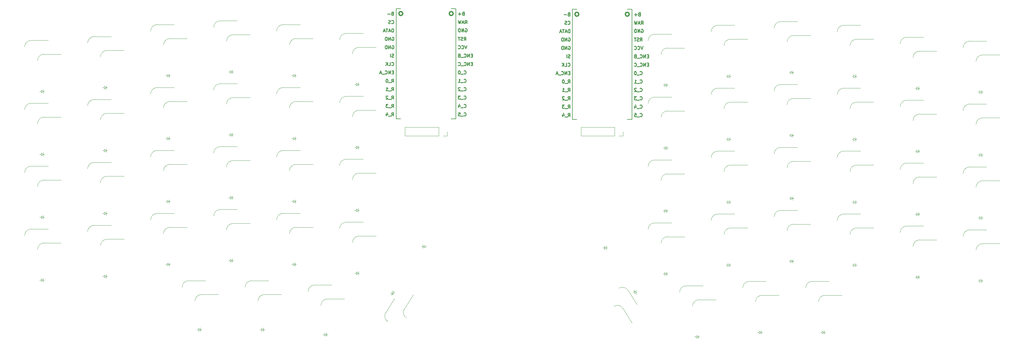
<source format=gbr>
G04 #@! TF.GenerationSoftware,KiCad,Pcbnew,9.0.3*
G04 #@! TF.CreationDate,2025-10-28T13:13:55+10:00*
G04 #@! TF.ProjectId,prototype-mk1_panel,70726f74-6f74-4797-9065-2d6d6b315f70,rev?*
G04 #@! TF.SameCoordinates,Original*
G04 #@! TF.FileFunction,Legend,Bot*
G04 #@! TF.FilePolarity,Positive*
%FSLAX46Y46*%
G04 Gerber Fmt 4.6, Leading zero omitted, Abs format (unit mm)*
G04 Created by KiCad (PCBNEW 9.0.3) date 2025-10-28 13:13:55*
%MOMM*%
%LPD*%
G01*
G04 APERTURE LIST*
%ADD10C,0.250000*%
%ADD11C,0.120000*%
%ADD12C,0.200000*%
%ADD13C,0.400000*%
%ADD14C,0.100000*%
G04 APERTURE END LIST*
D10*
X233069235Y-42324539D02*
X233402568Y-41848348D01*
X233640663Y-42324539D02*
X233640663Y-41324539D01*
X233640663Y-41324539D02*
X233259711Y-41324539D01*
X233259711Y-41324539D02*
X233164473Y-41372158D01*
X233164473Y-41372158D02*
X233116854Y-41419777D01*
X233116854Y-41419777D02*
X233069235Y-41515015D01*
X233069235Y-41515015D02*
X233069235Y-41657872D01*
X233069235Y-41657872D02*
X233116854Y-41753110D01*
X233116854Y-41753110D02*
X233164473Y-41800729D01*
X233164473Y-41800729D02*
X233259711Y-41848348D01*
X233259711Y-41848348D02*
X233640663Y-41848348D01*
X232688282Y-42276920D02*
X232545425Y-42324539D01*
X232545425Y-42324539D02*
X232307330Y-42324539D01*
X232307330Y-42324539D02*
X232212092Y-42276920D01*
X232212092Y-42276920D02*
X232164473Y-42229300D01*
X232164473Y-42229300D02*
X232116854Y-42134062D01*
X232116854Y-42134062D02*
X232116854Y-42038824D01*
X232116854Y-42038824D02*
X232164473Y-41943586D01*
X232164473Y-41943586D02*
X232212092Y-41895967D01*
X232212092Y-41895967D02*
X232307330Y-41848348D01*
X232307330Y-41848348D02*
X232497806Y-41800729D01*
X232497806Y-41800729D02*
X232593044Y-41753110D01*
X232593044Y-41753110D02*
X232640663Y-41705491D01*
X232640663Y-41705491D02*
X232688282Y-41610253D01*
X232688282Y-41610253D02*
X232688282Y-41515015D01*
X232688282Y-41515015D02*
X232640663Y-41419777D01*
X232640663Y-41419777D02*
X232593044Y-41372158D01*
X232593044Y-41372158D02*
X232497806Y-41324539D01*
X232497806Y-41324539D02*
X232259711Y-41324539D01*
X232259711Y-41324539D02*
X232116854Y-41372158D01*
X231831139Y-41324539D02*
X231259711Y-41324539D01*
X231545425Y-42324539D02*
X231545425Y-41324539D01*
X211895050Y-47356920D02*
X211752193Y-47404539D01*
X211752193Y-47404539D02*
X211514098Y-47404539D01*
X211514098Y-47404539D02*
X211418860Y-47356920D01*
X211418860Y-47356920D02*
X211371241Y-47309300D01*
X211371241Y-47309300D02*
X211323622Y-47214062D01*
X211323622Y-47214062D02*
X211323622Y-47118824D01*
X211323622Y-47118824D02*
X211371241Y-47023586D01*
X211371241Y-47023586D02*
X211418860Y-46975967D01*
X211418860Y-46975967D02*
X211514098Y-46928348D01*
X211514098Y-46928348D02*
X211704574Y-46880729D01*
X211704574Y-46880729D02*
X211799812Y-46833110D01*
X211799812Y-46833110D02*
X211847431Y-46785491D01*
X211847431Y-46785491D02*
X211895050Y-46690253D01*
X211895050Y-46690253D02*
X211895050Y-46595015D01*
X211895050Y-46595015D02*
X211847431Y-46499777D01*
X211847431Y-46499777D02*
X211799812Y-46452158D01*
X211799812Y-46452158D02*
X211704574Y-46404539D01*
X211704574Y-46404539D02*
X211466479Y-46404539D01*
X211466479Y-46404539D02*
X211323622Y-46452158D01*
X210895050Y-47404539D02*
X210895050Y-46404539D01*
X211276003Y-60104539D02*
X211609336Y-59628348D01*
X211847431Y-60104539D02*
X211847431Y-59104539D01*
X211847431Y-59104539D02*
X211466479Y-59104539D01*
X211466479Y-59104539D02*
X211371241Y-59152158D01*
X211371241Y-59152158D02*
X211323622Y-59199777D01*
X211323622Y-59199777D02*
X211276003Y-59295015D01*
X211276003Y-59295015D02*
X211276003Y-59437872D01*
X211276003Y-59437872D02*
X211323622Y-59533110D01*
X211323622Y-59533110D02*
X211371241Y-59580729D01*
X211371241Y-59580729D02*
X211466479Y-59628348D01*
X211466479Y-59628348D02*
X211847431Y-59628348D01*
X211085527Y-60199777D02*
X210323622Y-60199777D01*
X210133145Y-59199777D02*
X210085526Y-59152158D01*
X210085526Y-59152158D02*
X209990288Y-59104539D01*
X209990288Y-59104539D02*
X209752193Y-59104539D01*
X209752193Y-59104539D02*
X209656955Y-59152158D01*
X209656955Y-59152158D02*
X209609336Y-59199777D01*
X209609336Y-59199777D02*
X209561717Y-59295015D01*
X209561717Y-59295015D02*
X209561717Y-59390253D01*
X209561717Y-59390253D02*
X209609336Y-59533110D01*
X209609336Y-59533110D02*
X210180764Y-60104539D01*
X210180764Y-60104539D02*
X209561717Y-60104539D01*
X233450187Y-38777967D02*
X233545425Y-38730348D01*
X233545425Y-38730348D02*
X233688282Y-38730348D01*
X233688282Y-38730348D02*
X233831139Y-38777967D01*
X233831139Y-38777967D02*
X233926377Y-38873205D01*
X233926377Y-38873205D02*
X233973996Y-38968443D01*
X233973996Y-38968443D02*
X234021615Y-39158919D01*
X234021615Y-39158919D02*
X234021615Y-39301776D01*
X234021615Y-39301776D02*
X233973996Y-39492252D01*
X233973996Y-39492252D02*
X233926377Y-39587490D01*
X233926377Y-39587490D02*
X233831139Y-39682729D01*
X233831139Y-39682729D02*
X233688282Y-39730348D01*
X233688282Y-39730348D02*
X233593044Y-39730348D01*
X233593044Y-39730348D02*
X233450187Y-39682729D01*
X233450187Y-39682729D02*
X233402568Y-39635109D01*
X233402568Y-39635109D02*
X233402568Y-39301776D01*
X233402568Y-39301776D02*
X233593044Y-39301776D01*
X232973996Y-39730348D02*
X232973996Y-38730348D01*
X232973996Y-38730348D02*
X232402568Y-39730348D01*
X232402568Y-39730348D02*
X232402568Y-38730348D01*
X231926377Y-39730348D02*
X231926377Y-38730348D01*
X231926377Y-38730348D02*
X231688282Y-38730348D01*
X231688282Y-38730348D02*
X231545425Y-38777967D01*
X231545425Y-38777967D02*
X231450187Y-38873205D01*
X231450187Y-38873205D02*
X231402568Y-38968443D01*
X231402568Y-38968443D02*
X231354949Y-39158919D01*
X231354949Y-39158919D02*
X231354949Y-39301776D01*
X231354949Y-39301776D02*
X231402568Y-39492252D01*
X231402568Y-39492252D02*
X231450187Y-39587490D01*
X231450187Y-39587490D02*
X231545425Y-39682729D01*
X231545425Y-39682729D02*
X231688282Y-39730348D01*
X231688282Y-39730348D02*
X231926377Y-39730348D01*
X233069235Y-65089300D02*
X233116854Y-65136920D01*
X233116854Y-65136920D02*
X233259711Y-65184539D01*
X233259711Y-65184539D02*
X233354949Y-65184539D01*
X233354949Y-65184539D02*
X233497806Y-65136920D01*
X233497806Y-65136920D02*
X233593044Y-65041681D01*
X233593044Y-65041681D02*
X233640663Y-64946443D01*
X233640663Y-64946443D02*
X233688282Y-64755967D01*
X233688282Y-64755967D02*
X233688282Y-64613110D01*
X233688282Y-64613110D02*
X233640663Y-64422634D01*
X233640663Y-64422634D02*
X233593044Y-64327396D01*
X233593044Y-64327396D02*
X233497806Y-64232158D01*
X233497806Y-64232158D02*
X233354949Y-64184539D01*
X233354949Y-64184539D02*
X233259711Y-64184539D01*
X233259711Y-64184539D02*
X233116854Y-64232158D01*
X233116854Y-64232158D02*
X233069235Y-64279777D01*
X232878759Y-65279777D02*
X232116854Y-65279777D01*
X231402568Y-64184539D02*
X231878758Y-64184539D01*
X231878758Y-64184539D02*
X231926377Y-64660729D01*
X231926377Y-64660729D02*
X231878758Y-64613110D01*
X231878758Y-64613110D02*
X231783520Y-64565491D01*
X231783520Y-64565491D02*
X231545425Y-64565491D01*
X231545425Y-64565491D02*
X231450187Y-64613110D01*
X231450187Y-64613110D02*
X231402568Y-64660729D01*
X231402568Y-64660729D02*
X231354949Y-64755967D01*
X231354949Y-64755967D02*
X231354949Y-64994062D01*
X231354949Y-64994062D02*
X231402568Y-65089300D01*
X231402568Y-65089300D02*
X231450187Y-65136920D01*
X231450187Y-65136920D02*
X231545425Y-65184539D01*
X231545425Y-65184539D02*
X231783520Y-65184539D01*
X231783520Y-65184539D02*
X231878758Y-65136920D01*
X231878758Y-65136920D02*
X231926377Y-65089300D01*
X233069235Y-54929300D02*
X233116854Y-54976920D01*
X233116854Y-54976920D02*
X233259711Y-55024539D01*
X233259711Y-55024539D02*
X233354949Y-55024539D01*
X233354949Y-55024539D02*
X233497806Y-54976920D01*
X233497806Y-54976920D02*
X233593044Y-54881681D01*
X233593044Y-54881681D02*
X233640663Y-54786443D01*
X233640663Y-54786443D02*
X233688282Y-54595967D01*
X233688282Y-54595967D02*
X233688282Y-54453110D01*
X233688282Y-54453110D02*
X233640663Y-54262634D01*
X233640663Y-54262634D02*
X233593044Y-54167396D01*
X233593044Y-54167396D02*
X233497806Y-54072158D01*
X233497806Y-54072158D02*
X233354949Y-54024539D01*
X233354949Y-54024539D02*
X233259711Y-54024539D01*
X233259711Y-54024539D02*
X233116854Y-54072158D01*
X233116854Y-54072158D02*
X233069235Y-54119777D01*
X232878759Y-55119777D02*
X232116854Y-55119777D01*
X231354949Y-55024539D02*
X231926377Y-55024539D01*
X231640663Y-55024539D02*
X231640663Y-54024539D01*
X231640663Y-54024539D02*
X231735901Y-54167396D01*
X231735901Y-54167396D02*
X231831139Y-54262634D01*
X231831139Y-54262634D02*
X231926377Y-54310253D01*
X211402765Y-41372158D02*
X211498003Y-41324539D01*
X211498003Y-41324539D02*
X211640860Y-41324539D01*
X211640860Y-41324539D02*
X211783717Y-41372158D01*
X211783717Y-41372158D02*
X211878955Y-41467396D01*
X211878955Y-41467396D02*
X211926574Y-41562634D01*
X211926574Y-41562634D02*
X211974193Y-41753110D01*
X211974193Y-41753110D02*
X211974193Y-41895967D01*
X211974193Y-41895967D02*
X211926574Y-42086443D01*
X211926574Y-42086443D02*
X211878955Y-42181681D01*
X211878955Y-42181681D02*
X211783717Y-42276920D01*
X211783717Y-42276920D02*
X211640860Y-42324539D01*
X211640860Y-42324539D02*
X211545622Y-42324539D01*
X211545622Y-42324539D02*
X211402765Y-42276920D01*
X211402765Y-42276920D02*
X211355146Y-42229300D01*
X211355146Y-42229300D02*
X211355146Y-41895967D01*
X211355146Y-41895967D02*
X211545622Y-41895967D01*
X210926574Y-42324539D02*
X210926574Y-41324539D01*
X210926574Y-41324539D02*
X210355146Y-42324539D01*
X210355146Y-42324539D02*
X210355146Y-41324539D01*
X209878955Y-42324539D02*
X209878955Y-41324539D01*
X209878955Y-41324539D02*
X209640860Y-41324539D01*
X209640860Y-41324539D02*
X209498003Y-41372158D01*
X209498003Y-41372158D02*
X209402765Y-41467396D01*
X209402765Y-41467396D02*
X209355146Y-41562634D01*
X209355146Y-41562634D02*
X209307527Y-41753110D01*
X209307527Y-41753110D02*
X209307527Y-41895967D01*
X209307527Y-41895967D02*
X209355146Y-42086443D01*
X209355146Y-42086443D02*
X209402765Y-42181681D01*
X209402765Y-42181681D02*
X209498003Y-42276920D01*
X209498003Y-42276920D02*
X209640860Y-42324539D01*
X209640860Y-42324539D02*
X209878955Y-42324539D01*
X211276003Y-37149300D02*
X211323622Y-37196920D01*
X211323622Y-37196920D02*
X211466479Y-37244539D01*
X211466479Y-37244539D02*
X211561717Y-37244539D01*
X211561717Y-37244539D02*
X211704574Y-37196920D01*
X211704574Y-37196920D02*
X211799812Y-37101681D01*
X211799812Y-37101681D02*
X211847431Y-37006443D01*
X211847431Y-37006443D02*
X211895050Y-36815967D01*
X211895050Y-36815967D02*
X211895050Y-36673110D01*
X211895050Y-36673110D02*
X211847431Y-36482634D01*
X211847431Y-36482634D02*
X211799812Y-36387396D01*
X211799812Y-36387396D02*
X211704574Y-36292158D01*
X211704574Y-36292158D02*
X211561717Y-36244539D01*
X211561717Y-36244539D02*
X211466479Y-36244539D01*
X211466479Y-36244539D02*
X211323622Y-36292158D01*
X211323622Y-36292158D02*
X211276003Y-36339777D01*
X210895050Y-37196920D02*
X210752193Y-37244539D01*
X210752193Y-37244539D02*
X210514098Y-37244539D01*
X210514098Y-37244539D02*
X210418860Y-37196920D01*
X210418860Y-37196920D02*
X210371241Y-37149300D01*
X210371241Y-37149300D02*
X210323622Y-37054062D01*
X210323622Y-37054062D02*
X210323622Y-36958824D01*
X210323622Y-36958824D02*
X210371241Y-36863586D01*
X210371241Y-36863586D02*
X210418860Y-36815967D01*
X210418860Y-36815967D02*
X210514098Y-36768348D01*
X210514098Y-36768348D02*
X210704574Y-36720729D01*
X210704574Y-36720729D02*
X210799812Y-36673110D01*
X210799812Y-36673110D02*
X210847431Y-36625491D01*
X210847431Y-36625491D02*
X210895050Y-36530253D01*
X210895050Y-36530253D02*
X210895050Y-36435015D01*
X210895050Y-36435015D02*
X210847431Y-36339777D01*
X210847431Y-36339777D02*
X210799812Y-36292158D01*
X210799812Y-36292158D02*
X210704574Y-36244539D01*
X210704574Y-36244539D02*
X210466479Y-36244539D01*
X210466479Y-36244539D02*
X210323622Y-36292158D01*
X211276003Y-55024539D02*
X211609336Y-54548348D01*
X211847431Y-55024539D02*
X211847431Y-54024539D01*
X211847431Y-54024539D02*
X211466479Y-54024539D01*
X211466479Y-54024539D02*
X211371241Y-54072158D01*
X211371241Y-54072158D02*
X211323622Y-54119777D01*
X211323622Y-54119777D02*
X211276003Y-54215015D01*
X211276003Y-54215015D02*
X211276003Y-54357872D01*
X211276003Y-54357872D02*
X211323622Y-54453110D01*
X211323622Y-54453110D02*
X211371241Y-54500729D01*
X211371241Y-54500729D02*
X211466479Y-54548348D01*
X211466479Y-54548348D02*
X211847431Y-54548348D01*
X211085527Y-55119777D02*
X210323622Y-55119777D01*
X209895050Y-54024539D02*
X209799812Y-54024539D01*
X209799812Y-54024539D02*
X209704574Y-54072158D01*
X209704574Y-54072158D02*
X209656955Y-54119777D01*
X209656955Y-54119777D02*
X209609336Y-54215015D01*
X209609336Y-54215015D02*
X209561717Y-54405491D01*
X209561717Y-54405491D02*
X209561717Y-54643586D01*
X209561717Y-54643586D02*
X209609336Y-54834062D01*
X209609336Y-54834062D02*
X209656955Y-54929300D01*
X209656955Y-54929300D02*
X209704574Y-54976920D01*
X209704574Y-54976920D02*
X209799812Y-55024539D01*
X209799812Y-55024539D02*
X209895050Y-55024539D01*
X209895050Y-55024539D02*
X209990288Y-54976920D01*
X209990288Y-54976920D02*
X210037907Y-54929300D01*
X210037907Y-54929300D02*
X210085526Y-54834062D01*
X210085526Y-54834062D02*
X210133145Y-54643586D01*
X210133145Y-54643586D02*
X210133145Y-54405491D01*
X210133145Y-54405491D02*
X210085526Y-54215015D01*
X210085526Y-54215015D02*
X210037907Y-54119777D01*
X210037907Y-54119777D02*
X209990288Y-54072158D01*
X209990288Y-54072158D02*
X209895050Y-54024539D01*
X233926377Y-43864539D02*
X233593044Y-44864539D01*
X233593044Y-44864539D02*
X233259711Y-43864539D01*
X232354949Y-44769300D02*
X232402568Y-44816920D01*
X232402568Y-44816920D02*
X232545425Y-44864539D01*
X232545425Y-44864539D02*
X232640663Y-44864539D01*
X232640663Y-44864539D02*
X232783520Y-44816920D01*
X232783520Y-44816920D02*
X232878758Y-44721681D01*
X232878758Y-44721681D02*
X232926377Y-44626443D01*
X232926377Y-44626443D02*
X232973996Y-44435967D01*
X232973996Y-44435967D02*
X232973996Y-44293110D01*
X232973996Y-44293110D02*
X232926377Y-44102634D01*
X232926377Y-44102634D02*
X232878758Y-44007396D01*
X232878758Y-44007396D02*
X232783520Y-43912158D01*
X232783520Y-43912158D02*
X232640663Y-43864539D01*
X232640663Y-43864539D02*
X232545425Y-43864539D01*
X232545425Y-43864539D02*
X232402568Y-43912158D01*
X232402568Y-43912158D02*
X232354949Y-43959777D01*
X231354949Y-44769300D02*
X231402568Y-44816920D01*
X231402568Y-44816920D02*
X231545425Y-44864539D01*
X231545425Y-44864539D02*
X231640663Y-44864539D01*
X231640663Y-44864539D02*
X231783520Y-44816920D01*
X231783520Y-44816920D02*
X231878758Y-44721681D01*
X231878758Y-44721681D02*
X231926377Y-44626443D01*
X231926377Y-44626443D02*
X231973996Y-44435967D01*
X231973996Y-44435967D02*
X231973996Y-44293110D01*
X231973996Y-44293110D02*
X231926377Y-44102634D01*
X231926377Y-44102634D02*
X231878758Y-44007396D01*
X231878758Y-44007396D02*
X231783520Y-43912158D01*
X231783520Y-43912158D02*
X231640663Y-43864539D01*
X231640663Y-43864539D02*
X231545425Y-43864539D01*
X231545425Y-43864539D02*
X231402568Y-43912158D01*
X231402568Y-43912158D02*
X231354949Y-43959777D01*
X233354949Y-37244539D02*
X233688282Y-36768348D01*
X233926377Y-37244539D02*
X233926377Y-36244539D01*
X233926377Y-36244539D02*
X233545425Y-36244539D01*
X233545425Y-36244539D02*
X233450187Y-36292158D01*
X233450187Y-36292158D02*
X233402568Y-36339777D01*
X233402568Y-36339777D02*
X233354949Y-36435015D01*
X233354949Y-36435015D02*
X233354949Y-36577872D01*
X233354949Y-36577872D02*
X233402568Y-36673110D01*
X233402568Y-36673110D02*
X233450187Y-36720729D01*
X233450187Y-36720729D02*
X233545425Y-36768348D01*
X233545425Y-36768348D02*
X233926377Y-36768348D01*
X232973996Y-36958824D02*
X232497806Y-36958824D01*
X233069234Y-37244539D02*
X232735901Y-36244539D01*
X232735901Y-36244539D02*
X232402568Y-37244539D01*
X232164472Y-36244539D02*
X231926377Y-37244539D01*
X231926377Y-37244539D02*
X231735901Y-36530253D01*
X231735901Y-36530253D02*
X231545425Y-37244539D01*
X231545425Y-37244539D02*
X231307330Y-36244539D01*
X211402765Y-43912158D02*
X211498003Y-43864539D01*
X211498003Y-43864539D02*
X211640860Y-43864539D01*
X211640860Y-43864539D02*
X211783717Y-43912158D01*
X211783717Y-43912158D02*
X211878955Y-44007396D01*
X211878955Y-44007396D02*
X211926574Y-44102634D01*
X211926574Y-44102634D02*
X211974193Y-44293110D01*
X211974193Y-44293110D02*
X211974193Y-44435967D01*
X211974193Y-44435967D02*
X211926574Y-44626443D01*
X211926574Y-44626443D02*
X211878955Y-44721681D01*
X211878955Y-44721681D02*
X211783717Y-44816920D01*
X211783717Y-44816920D02*
X211640860Y-44864539D01*
X211640860Y-44864539D02*
X211545622Y-44864539D01*
X211545622Y-44864539D02*
X211402765Y-44816920D01*
X211402765Y-44816920D02*
X211355146Y-44769300D01*
X211355146Y-44769300D02*
X211355146Y-44435967D01*
X211355146Y-44435967D02*
X211545622Y-44435967D01*
X210926574Y-44864539D02*
X210926574Y-43864539D01*
X210926574Y-43864539D02*
X210355146Y-44864539D01*
X210355146Y-44864539D02*
X210355146Y-43864539D01*
X209878955Y-44864539D02*
X209878955Y-43864539D01*
X209878955Y-43864539D02*
X209640860Y-43864539D01*
X209640860Y-43864539D02*
X209498003Y-43912158D01*
X209498003Y-43912158D02*
X209402765Y-44007396D01*
X209402765Y-44007396D02*
X209355146Y-44102634D01*
X209355146Y-44102634D02*
X209307527Y-44293110D01*
X209307527Y-44293110D02*
X209307527Y-44435967D01*
X209307527Y-44435967D02*
X209355146Y-44626443D01*
X209355146Y-44626443D02*
X209402765Y-44721681D01*
X209402765Y-44721681D02*
X209498003Y-44816920D01*
X209498003Y-44816920D02*
X209640860Y-44864539D01*
X209640860Y-44864539D02*
X209878955Y-44864539D01*
X211276003Y-49849300D02*
X211323622Y-49896920D01*
X211323622Y-49896920D02*
X211466479Y-49944539D01*
X211466479Y-49944539D02*
X211561717Y-49944539D01*
X211561717Y-49944539D02*
X211704574Y-49896920D01*
X211704574Y-49896920D02*
X211799812Y-49801681D01*
X211799812Y-49801681D02*
X211847431Y-49706443D01*
X211847431Y-49706443D02*
X211895050Y-49515967D01*
X211895050Y-49515967D02*
X211895050Y-49373110D01*
X211895050Y-49373110D02*
X211847431Y-49182634D01*
X211847431Y-49182634D02*
X211799812Y-49087396D01*
X211799812Y-49087396D02*
X211704574Y-48992158D01*
X211704574Y-48992158D02*
X211561717Y-48944539D01*
X211561717Y-48944539D02*
X211466479Y-48944539D01*
X211466479Y-48944539D02*
X211323622Y-48992158D01*
X211323622Y-48992158D02*
X211276003Y-49039777D01*
X210371241Y-49944539D02*
X210847431Y-49944539D01*
X210847431Y-49944539D02*
X210847431Y-48944539D01*
X210037907Y-49944539D02*
X210037907Y-48944539D01*
X209466479Y-49944539D02*
X209895050Y-49373110D01*
X209466479Y-48944539D02*
X210037907Y-49515967D01*
X211847431Y-39784539D02*
X211847431Y-38784539D01*
X211847431Y-38784539D02*
X211609336Y-38784539D01*
X211609336Y-38784539D02*
X211466479Y-38832158D01*
X211466479Y-38832158D02*
X211371241Y-38927396D01*
X211371241Y-38927396D02*
X211323622Y-39022634D01*
X211323622Y-39022634D02*
X211276003Y-39213110D01*
X211276003Y-39213110D02*
X211276003Y-39355967D01*
X211276003Y-39355967D02*
X211323622Y-39546443D01*
X211323622Y-39546443D02*
X211371241Y-39641681D01*
X211371241Y-39641681D02*
X211466479Y-39736920D01*
X211466479Y-39736920D02*
X211609336Y-39784539D01*
X211609336Y-39784539D02*
X211847431Y-39784539D01*
X210895050Y-39498824D02*
X210418860Y-39498824D01*
X210990288Y-39784539D02*
X210656955Y-38784539D01*
X210656955Y-38784539D02*
X210323622Y-39784539D01*
X210133145Y-38784539D02*
X209561717Y-38784539D01*
X209847431Y-39784539D02*
X209847431Y-38784539D01*
X209276002Y-39498824D02*
X208799812Y-39498824D01*
X209371240Y-39784539D02*
X209037907Y-38784539D01*
X209037907Y-38784539D02*
X208704574Y-39784539D01*
X211276003Y-57564539D02*
X211609336Y-57088348D01*
X211847431Y-57564539D02*
X211847431Y-56564539D01*
X211847431Y-56564539D02*
X211466479Y-56564539D01*
X211466479Y-56564539D02*
X211371241Y-56612158D01*
X211371241Y-56612158D02*
X211323622Y-56659777D01*
X211323622Y-56659777D02*
X211276003Y-56755015D01*
X211276003Y-56755015D02*
X211276003Y-56897872D01*
X211276003Y-56897872D02*
X211323622Y-56993110D01*
X211323622Y-56993110D02*
X211371241Y-57040729D01*
X211371241Y-57040729D02*
X211466479Y-57088348D01*
X211466479Y-57088348D02*
X211847431Y-57088348D01*
X211085527Y-57659777D02*
X210323622Y-57659777D01*
X209561717Y-57564539D02*
X210133145Y-57564539D01*
X209847431Y-57564539D02*
X209847431Y-56564539D01*
X209847431Y-56564539D02*
X209942669Y-56707396D01*
X209942669Y-56707396D02*
X210037907Y-56802634D01*
X210037907Y-56802634D02*
X210133145Y-56850253D01*
X233069235Y-60009300D02*
X233116854Y-60056920D01*
X233116854Y-60056920D02*
X233259711Y-60104539D01*
X233259711Y-60104539D02*
X233354949Y-60104539D01*
X233354949Y-60104539D02*
X233497806Y-60056920D01*
X233497806Y-60056920D02*
X233593044Y-59961681D01*
X233593044Y-59961681D02*
X233640663Y-59866443D01*
X233640663Y-59866443D02*
X233688282Y-59675967D01*
X233688282Y-59675967D02*
X233688282Y-59533110D01*
X233688282Y-59533110D02*
X233640663Y-59342634D01*
X233640663Y-59342634D02*
X233593044Y-59247396D01*
X233593044Y-59247396D02*
X233497806Y-59152158D01*
X233497806Y-59152158D02*
X233354949Y-59104539D01*
X233354949Y-59104539D02*
X233259711Y-59104539D01*
X233259711Y-59104539D02*
X233116854Y-59152158D01*
X233116854Y-59152158D02*
X233069235Y-59199777D01*
X232878759Y-60199777D02*
X232116854Y-60199777D01*
X231973996Y-59104539D02*
X231354949Y-59104539D01*
X231354949Y-59104539D02*
X231688282Y-59485491D01*
X231688282Y-59485491D02*
X231545425Y-59485491D01*
X231545425Y-59485491D02*
X231450187Y-59533110D01*
X231450187Y-59533110D02*
X231402568Y-59580729D01*
X231402568Y-59580729D02*
X231354949Y-59675967D01*
X231354949Y-59675967D02*
X231354949Y-59914062D01*
X231354949Y-59914062D02*
X231402568Y-60009300D01*
X231402568Y-60009300D02*
X231450187Y-60056920D01*
X231450187Y-60056920D02*
X231545425Y-60104539D01*
X231545425Y-60104539D02*
X231831139Y-60104539D01*
X231831139Y-60104539D02*
X231926377Y-60056920D01*
X231926377Y-60056920D02*
X231973996Y-60009300D01*
X211514098Y-34180729D02*
X211371241Y-34228348D01*
X211371241Y-34228348D02*
X211323622Y-34275967D01*
X211323622Y-34275967D02*
X211276003Y-34371205D01*
X211276003Y-34371205D02*
X211276003Y-34514062D01*
X211276003Y-34514062D02*
X211323622Y-34609300D01*
X211323622Y-34609300D02*
X211371241Y-34656920D01*
X211371241Y-34656920D02*
X211466479Y-34704539D01*
X211466479Y-34704539D02*
X211847431Y-34704539D01*
X211847431Y-34704539D02*
X211847431Y-33704539D01*
X211847431Y-33704539D02*
X211514098Y-33704539D01*
X211514098Y-33704539D02*
X211418860Y-33752158D01*
X211418860Y-33752158D02*
X211371241Y-33799777D01*
X211371241Y-33799777D02*
X211323622Y-33895015D01*
X211323622Y-33895015D02*
X211323622Y-33990253D01*
X211323622Y-33990253D02*
X211371241Y-34085491D01*
X211371241Y-34085491D02*
X211418860Y-34133110D01*
X211418860Y-34133110D02*
X211514098Y-34180729D01*
X211514098Y-34180729D02*
X211847431Y-34180729D01*
X210847431Y-34323586D02*
X210085527Y-34323586D01*
X233069235Y-62549300D02*
X233116854Y-62596920D01*
X233116854Y-62596920D02*
X233259711Y-62644539D01*
X233259711Y-62644539D02*
X233354949Y-62644539D01*
X233354949Y-62644539D02*
X233497806Y-62596920D01*
X233497806Y-62596920D02*
X233593044Y-62501681D01*
X233593044Y-62501681D02*
X233640663Y-62406443D01*
X233640663Y-62406443D02*
X233688282Y-62215967D01*
X233688282Y-62215967D02*
X233688282Y-62073110D01*
X233688282Y-62073110D02*
X233640663Y-61882634D01*
X233640663Y-61882634D02*
X233593044Y-61787396D01*
X233593044Y-61787396D02*
X233497806Y-61692158D01*
X233497806Y-61692158D02*
X233354949Y-61644539D01*
X233354949Y-61644539D02*
X233259711Y-61644539D01*
X233259711Y-61644539D02*
X233116854Y-61692158D01*
X233116854Y-61692158D02*
X233069235Y-61739777D01*
X232878759Y-62739777D02*
X232116854Y-62739777D01*
X231450187Y-61977872D02*
X231450187Y-62644539D01*
X231688282Y-61596920D02*
X231926377Y-62311205D01*
X231926377Y-62311205D02*
X231307330Y-62311205D01*
X235640663Y-49420729D02*
X235307330Y-49420729D01*
X235164473Y-49944539D02*
X235640663Y-49944539D01*
X235640663Y-49944539D02*
X235640663Y-48944539D01*
X235640663Y-48944539D02*
X235164473Y-48944539D01*
X234735901Y-49944539D02*
X234735901Y-48944539D01*
X234735901Y-48944539D02*
X234164473Y-49944539D01*
X234164473Y-49944539D02*
X234164473Y-48944539D01*
X233116854Y-49849300D02*
X233164473Y-49896920D01*
X233164473Y-49896920D02*
X233307330Y-49944539D01*
X233307330Y-49944539D02*
X233402568Y-49944539D01*
X233402568Y-49944539D02*
X233545425Y-49896920D01*
X233545425Y-49896920D02*
X233640663Y-49801681D01*
X233640663Y-49801681D02*
X233688282Y-49706443D01*
X233688282Y-49706443D02*
X233735901Y-49515967D01*
X233735901Y-49515967D02*
X233735901Y-49373110D01*
X233735901Y-49373110D02*
X233688282Y-49182634D01*
X233688282Y-49182634D02*
X233640663Y-49087396D01*
X233640663Y-49087396D02*
X233545425Y-48992158D01*
X233545425Y-48992158D02*
X233402568Y-48944539D01*
X233402568Y-48944539D02*
X233307330Y-48944539D01*
X233307330Y-48944539D02*
X233164473Y-48992158D01*
X233164473Y-48992158D02*
X233116854Y-49039777D01*
X232926378Y-50039777D02*
X232164473Y-50039777D01*
X231354949Y-49849300D02*
X231402568Y-49896920D01*
X231402568Y-49896920D02*
X231545425Y-49944539D01*
X231545425Y-49944539D02*
X231640663Y-49944539D01*
X231640663Y-49944539D02*
X231783520Y-49896920D01*
X231783520Y-49896920D02*
X231878758Y-49801681D01*
X231878758Y-49801681D02*
X231926377Y-49706443D01*
X231926377Y-49706443D02*
X231973996Y-49515967D01*
X231973996Y-49515967D02*
X231973996Y-49373110D01*
X231973996Y-49373110D02*
X231926377Y-49182634D01*
X231926377Y-49182634D02*
X231878758Y-49087396D01*
X231878758Y-49087396D02*
X231783520Y-48992158D01*
X231783520Y-48992158D02*
X231640663Y-48944539D01*
X231640663Y-48944539D02*
X231545425Y-48944539D01*
X231545425Y-48944539D02*
X231402568Y-48992158D01*
X231402568Y-48992158D02*
X231354949Y-49039777D01*
X233069235Y-57469300D02*
X233116854Y-57516920D01*
X233116854Y-57516920D02*
X233259711Y-57564539D01*
X233259711Y-57564539D02*
X233354949Y-57564539D01*
X233354949Y-57564539D02*
X233497806Y-57516920D01*
X233497806Y-57516920D02*
X233593044Y-57421681D01*
X233593044Y-57421681D02*
X233640663Y-57326443D01*
X233640663Y-57326443D02*
X233688282Y-57135967D01*
X233688282Y-57135967D02*
X233688282Y-56993110D01*
X233688282Y-56993110D02*
X233640663Y-56802634D01*
X233640663Y-56802634D02*
X233593044Y-56707396D01*
X233593044Y-56707396D02*
X233497806Y-56612158D01*
X233497806Y-56612158D02*
X233354949Y-56564539D01*
X233354949Y-56564539D02*
X233259711Y-56564539D01*
X233259711Y-56564539D02*
X233116854Y-56612158D01*
X233116854Y-56612158D02*
X233069235Y-56659777D01*
X232878759Y-57659777D02*
X232116854Y-57659777D01*
X231926377Y-56659777D02*
X231878758Y-56612158D01*
X231878758Y-56612158D02*
X231783520Y-56564539D01*
X231783520Y-56564539D02*
X231545425Y-56564539D01*
X231545425Y-56564539D02*
X231450187Y-56612158D01*
X231450187Y-56612158D02*
X231402568Y-56659777D01*
X231402568Y-56659777D02*
X231354949Y-56755015D01*
X231354949Y-56755015D02*
X231354949Y-56850253D01*
X231354949Y-56850253D02*
X231402568Y-56993110D01*
X231402568Y-56993110D02*
X231973996Y-57564539D01*
X231973996Y-57564539D02*
X231354949Y-57564539D01*
X211276003Y-62644539D02*
X211609336Y-62168348D01*
X211847431Y-62644539D02*
X211847431Y-61644539D01*
X211847431Y-61644539D02*
X211466479Y-61644539D01*
X211466479Y-61644539D02*
X211371241Y-61692158D01*
X211371241Y-61692158D02*
X211323622Y-61739777D01*
X211323622Y-61739777D02*
X211276003Y-61835015D01*
X211276003Y-61835015D02*
X211276003Y-61977872D01*
X211276003Y-61977872D02*
X211323622Y-62073110D01*
X211323622Y-62073110D02*
X211371241Y-62120729D01*
X211371241Y-62120729D02*
X211466479Y-62168348D01*
X211466479Y-62168348D02*
X211847431Y-62168348D01*
X211085527Y-62739777D02*
X210323622Y-62739777D01*
X210180764Y-61644539D02*
X209561717Y-61644539D01*
X209561717Y-61644539D02*
X209895050Y-62025491D01*
X209895050Y-62025491D02*
X209752193Y-62025491D01*
X209752193Y-62025491D02*
X209656955Y-62073110D01*
X209656955Y-62073110D02*
X209609336Y-62120729D01*
X209609336Y-62120729D02*
X209561717Y-62215967D01*
X209561717Y-62215967D02*
X209561717Y-62454062D01*
X209561717Y-62454062D02*
X209609336Y-62549300D01*
X209609336Y-62549300D02*
X209656955Y-62596920D01*
X209656955Y-62596920D02*
X209752193Y-62644539D01*
X209752193Y-62644539D02*
X210037907Y-62644539D01*
X210037907Y-62644539D02*
X210133145Y-62596920D01*
X210133145Y-62596920D02*
X210180764Y-62549300D01*
X235640663Y-46880729D02*
X235307330Y-46880729D01*
X235164473Y-47404539D02*
X235640663Y-47404539D01*
X235640663Y-47404539D02*
X235640663Y-46404539D01*
X235640663Y-46404539D02*
X235164473Y-46404539D01*
X234735901Y-47404539D02*
X234735901Y-46404539D01*
X234735901Y-46404539D02*
X234164473Y-47404539D01*
X234164473Y-47404539D02*
X234164473Y-46404539D01*
X233116854Y-47309300D02*
X233164473Y-47356920D01*
X233164473Y-47356920D02*
X233307330Y-47404539D01*
X233307330Y-47404539D02*
X233402568Y-47404539D01*
X233402568Y-47404539D02*
X233545425Y-47356920D01*
X233545425Y-47356920D02*
X233640663Y-47261681D01*
X233640663Y-47261681D02*
X233688282Y-47166443D01*
X233688282Y-47166443D02*
X233735901Y-46975967D01*
X233735901Y-46975967D02*
X233735901Y-46833110D01*
X233735901Y-46833110D02*
X233688282Y-46642634D01*
X233688282Y-46642634D02*
X233640663Y-46547396D01*
X233640663Y-46547396D02*
X233545425Y-46452158D01*
X233545425Y-46452158D02*
X233402568Y-46404539D01*
X233402568Y-46404539D02*
X233307330Y-46404539D01*
X233307330Y-46404539D02*
X233164473Y-46452158D01*
X233164473Y-46452158D02*
X233116854Y-46499777D01*
X232926378Y-47499777D02*
X232164473Y-47499777D01*
X231593044Y-46880729D02*
X231450187Y-46928348D01*
X231450187Y-46928348D02*
X231402568Y-46975967D01*
X231402568Y-46975967D02*
X231354949Y-47071205D01*
X231354949Y-47071205D02*
X231354949Y-47214062D01*
X231354949Y-47214062D02*
X231402568Y-47309300D01*
X231402568Y-47309300D02*
X231450187Y-47356920D01*
X231450187Y-47356920D02*
X231545425Y-47404539D01*
X231545425Y-47404539D02*
X231926377Y-47404539D01*
X231926377Y-47404539D02*
X231926377Y-46404539D01*
X231926377Y-46404539D02*
X231593044Y-46404539D01*
X231593044Y-46404539D02*
X231497806Y-46452158D01*
X231497806Y-46452158D02*
X231450187Y-46499777D01*
X231450187Y-46499777D02*
X231402568Y-46595015D01*
X231402568Y-46595015D02*
X231402568Y-46690253D01*
X231402568Y-46690253D02*
X231450187Y-46785491D01*
X231450187Y-46785491D02*
X231497806Y-46833110D01*
X231497806Y-46833110D02*
X231593044Y-46880729D01*
X231593044Y-46880729D02*
X231926377Y-46880729D01*
X232831139Y-34180729D02*
X232688282Y-34228348D01*
X232688282Y-34228348D02*
X232640663Y-34275967D01*
X232640663Y-34275967D02*
X232593044Y-34371205D01*
X232593044Y-34371205D02*
X232593044Y-34514062D01*
X232593044Y-34514062D02*
X232640663Y-34609300D01*
X232640663Y-34609300D02*
X232688282Y-34656920D01*
X232688282Y-34656920D02*
X232783520Y-34704539D01*
X232783520Y-34704539D02*
X233164472Y-34704539D01*
X233164472Y-34704539D02*
X233164472Y-33704539D01*
X233164472Y-33704539D02*
X232831139Y-33704539D01*
X232831139Y-33704539D02*
X232735901Y-33752158D01*
X232735901Y-33752158D02*
X232688282Y-33799777D01*
X232688282Y-33799777D02*
X232640663Y-33895015D01*
X232640663Y-33895015D02*
X232640663Y-33990253D01*
X232640663Y-33990253D02*
X232688282Y-34085491D01*
X232688282Y-34085491D02*
X232735901Y-34133110D01*
X232735901Y-34133110D02*
X232831139Y-34180729D01*
X232831139Y-34180729D02*
X233164472Y-34180729D01*
X232164472Y-34323586D02*
X231402568Y-34323586D01*
X231783520Y-34704539D02*
X231783520Y-33942634D01*
X233069235Y-52389300D02*
X233116854Y-52436920D01*
X233116854Y-52436920D02*
X233259711Y-52484539D01*
X233259711Y-52484539D02*
X233354949Y-52484539D01*
X233354949Y-52484539D02*
X233497806Y-52436920D01*
X233497806Y-52436920D02*
X233593044Y-52341681D01*
X233593044Y-52341681D02*
X233640663Y-52246443D01*
X233640663Y-52246443D02*
X233688282Y-52055967D01*
X233688282Y-52055967D02*
X233688282Y-51913110D01*
X233688282Y-51913110D02*
X233640663Y-51722634D01*
X233640663Y-51722634D02*
X233593044Y-51627396D01*
X233593044Y-51627396D02*
X233497806Y-51532158D01*
X233497806Y-51532158D02*
X233354949Y-51484539D01*
X233354949Y-51484539D02*
X233259711Y-51484539D01*
X233259711Y-51484539D02*
X233116854Y-51532158D01*
X233116854Y-51532158D02*
X233069235Y-51579777D01*
X232878759Y-52579777D02*
X232116854Y-52579777D01*
X231688282Y-51484539D02*
X231593044Y-51484539D01*
X231593044Y-51484539D02*
X231497806Y-51532158D01*
X231497806Y-51532158D02*
X231450187Y-51579777D01*
X231450187Y-51579777D02*
X231402568Y-51675015D01*
X231402568Y-51675015D02*
X231354949Y-51865491D01*
X231354949Y-51865491D02*
X231354949Y-52103586D01*
X231354949Y-52103586D02*
X231402568Y-52294062D01*
X231402568Y-52294062D02*
X231450187Y-52389300D01*
X231450187Y-52389300D02*
X231497806Y-52436920D01*
X231497806Y-52436920D02*
X231593044Y-52484539D01*
X231593044Y-52484539D02*
X231688282Y-52484539D01*
X231688282Y-52484539D02*
X231783520Y-52436920D01*
X231783520Y-52436920D02*
X231831139Y-52389300D01*
X231831139Y-52389300D02*
X231878758Y-52294062D01*
X231878758Y-52294062D02*
X231926377Y-52103586D01*
X231926377Y-52103586D02*
X231926377Y-51865491D01*
X231926377Y-51865491D02*
X231878758Y-51675015D01*
X231878758Y-51675015D02*
X231831139Y-51579777D01*
X231831139Y-51579777D02*
X231783520Y-51532158D01*
X231783520Y-51532158D02*
X231688282Y-51484539D01*
X211847431Y-51960729D02*
X211514098Y-51960729D01*
X211371241Y-52484539D02*
X211847431Y-52484539D01*
X211847431Y-52484539D02*
X211847431Y-51484539D01*
X211847431Y-51484539D02*
X211371241Y-51484539D01*
X210942669Y-52484539D02*
X210942669Y-51484539D01*
X210942669Y-51484539D02*
X210371241Y-52484539D01*
X210371241Y-52484539D02*
X210371241Y-51484539D01*
X209323622Y-52389300D02*
X209371241Y-52436920D01*
X209371241Y-52436920D02*
X209514098Y-52484539D01*
X209514098Y-52484539D02*
X209609336Y-52484539D01*
X209609336Y-52484539D02*
X209752193Y-52436920D01*
X209752193Y-52436920D02*
X209847431Y-52341681D01*
X209847431Y-52341681D02*
X209895050Y-52246443D01*
X209895050Y-52246443D02*
X209942669Y-52055967D01*
X209942669Y-52055967D02*
X209942669Y-51913110D01*
X209942669Y-51913110D02*
X209895050Y-51722634D01*
X209895050Y-51722634D02*
X209847431Y-51627396D01*
X209847431Y-51627396D02*
X209752193Y-51532158D01*
X209752193Y-51532158D02*
X209609336Y-51484539D01*
X209609336Y-51484539D02*
X209514098Y-51484539D01*
X209514098Y-51484539D02*
X209371241Y-51532158D01*
X209371241Y-51532158D02*
X209323622Y-51579777D01*
X209133146Y-52579777D02*
X208371241Y-52579777D01*
X208180764Y-52198824D02*
X207704574Y-52198824D01*
X208276002Y-52484539D02*
X207942669Y-51484539D01*
X207942669Y-51484539D02*
X207609336Y-52484539D01*
X211276003Y-65184539D02*
X211609336Y-64708348D01*
X211847431Y-65184539D02*
X211847431Y-64184539D01*
X211847431Y-64184539D02*
X211466479Y-64184539D01*
X211466479Y-64184539D02*
X211371241Y-64232158D01*
X211371241Y-64232158D02*
X211323622Y-64279777D01*
X211323622Y-64279777D02*
X211276003Y-64375015D01*
X211276003Y-64375015D02*
X211276003Y-64517872D01*
X211276003Y-64517872D02*
X211323622Y-64613110D01*
X211323622Y-64613110D02*
X211371241Y-64660729D01*
X211371241Y-64660729D02*
X211466479Y-64708348D01*
X211466479Y-64708348D02*
X211847431Y-64708348D01*
X211085527Y-65279777D02*
X210323622Y-65279777D01*
X209656955Y-64517872D02*
X209656955Y-65184539D01*
X209895050Y-64136920D02*
X210133145Y-64851205D01*
X210133145Y-64851205D02*
X209514098Y-64851205D01*
X180676377Y-43652060D02*
X180343044Y-44652060D01*
X180343044Y-44652060D02*
X180009711Y-43652060D01*
X179104949Y-44556821D02*
X179152568Y-44604441D01*
X179152568Y-44604441D02*
X179295425Y-44652060D01*
X179295425Y-44652060D02*
X179390663Y-44652060D01*
X179390663Y-44652060D02*
X179533520Y-44604441D01*
X179533520Y-44604441D02*
X179628758Y-44509202D01*
X179628758Y-44509202D02*
X179676377Y-44413964D01*
X179676377Y-44413964D02*
X179723996Y-44223488D01*
X179723996Y-44223488D02*
X179723996Y-44080631D01*
X179723996Y-44080631D02*
X179676377Y-43890155D01*
X179676377Y-43890155D02*
X179628758Y-43794917D01*
X179628758Y-43794917D02*
X179533520Y-43699679D01*
X179533520Y-43699679D02*
X179390663Y-43652060D01*
X179390663Y-43652060D02*
X179295425Y-43652060D01*
X179295425Y-43652060D02*
X179152568Y-43699679D01*
X179152568Y-43699679D02*
X179104949Y-43747298D01*
X178104949Y-44556821D02*
X178152568Y-44604441D01*
X178152568Y-44604441D02*
X178295425Y-44652060D01*
X178295425Y-44652060D02*
X178390663Y-44652060D01*
X178390663Y-44652060D02*
X178533520Y-44604441D01*
X178533520Y-44604441D02*
X178628758Y-44509202D01*
X178628758Y-44509202D02*
X178676377Y-44413964D01*
X178676377Y-44413964D02*
X178723996Y-44223488D01*
X178723996Y-44223488D02*
X178723996Y-44080631D01*
X178723996Y-44080631D02*
X178676377Y-43890155D01*
X178676377Y-43890155D02*
X178628758Y-43794917D01*
X178628758Y-43794917D02*
X178533520Y-43699679D01*
X178533520Y-43699679D02*
X178390663Y-43652060D01*
X178390663Y-43652060D02*
X178295425Y-43652060D01*
X178295425Y-43652060D02*
X178152568Y-43699679D01*
X178152568Y-43699679D02*
X178104949Y-43747298D01*
X180200187Y-38565488D02*
X180295425Y-38517869D01*
X180295425Y-38517869D02*
X180438282Y-38517869D01*
X180438282Y-38517869D02*
X180581139Y-38565488D01*
X180581139Y-38565488D02*
X180676377Y-38660726D01*
X180676377Y-38660726D02*
X180723996Y-38755964D01*
X180723996Y-38755964D02*
X180771615Y-38946440D01*
X180771615Y-38946440D02*
X180771615Y-39089297D01*
X180771615Y-39089297D02*
X180723996Y-39279773D01*
X180723996Y-39279773D02*
X180676377Y-39375011D01*
X180676377Y-39375011D02*
X180581139Y-39470250D01*
X180581139Y-39470250D02*
X180438282Y-39517869D01*
X180438282Y-39517869D02*
X180343044Y-39517869D01*
X180343044Y-39517869D02*
X180200187Y-39470250D01*
X180200187Y-39470250D02*
X180152568Y-39422630D01*
X180152568Y-39422630D02*
X180152568Y-39089297D01*
X180152568Y-39089297D02*
X180343044Y-39089297D01*
X179723996Y-39517869D02*
X179723996Y-38517869D01*
X179723996Y-38517869D02*
X179152568Y-39517869D01*
X179152568Y-39517869D02*
X179152568Y-38517869D01*
X178676377Y-39517869D02*
X178676377Y-38517869D01*
X178676377Y-38517869D02*
X178438282Y-38517869D01*
X178438282Y-38517869D02*
X178295425Y-38565488D01*
X178295425Y-38565488D02*
X178200187Y-38660726D01*
X178200187Y-38660726D02*
X178152568Y-38755964D01*
X178152568Y-38755964D02*
X178104949Y-38946440D01*
X178104949Y-38946440D02*
X178104949Y-39089297D01*
X178104949Y-39089297D02*
X178152568Y-39279773D01*
X178152568Y-39279773D02*
X178200187Y-39375011D01*
X178200187Y-39375011D02*
X178295425Y-39470250D01*
X178295425Y-39470250D02*
X178438282Y-39517869D01*
X178438282Y-39517869D02*
X178676377Y-39517869D01*
X182390663Y-49208250D02*
X182057330Y-49208250D01*
X181914473Y-49732060D02*
X182390663Y-49732060D01*
X182390663Y-49732060D02*
X182390663Y-48732060D01*
X182390663Y-48732060D02*
X181914473Y-48732060D01*
X181485901Y-49732060D02*
X181485901Y-48732060D01*
X181485901Y-48732060D02*
X180914473Y-49732060D01*
X180914473Y-49732060D02*
X180914473Y-48732060D01*
X179866854Y-49636821D02*
X179914473Y-49684441D01*
X179914473Y-49684441D02*
X180057330Y-49732060D01*
X180057330Y-49732060D02*
X180152568Y-49732060D01*
X180152568Y-49732060D02*
X180295425Y-49684441D01*
X180295425Y-49684441D02*
X180390663Y-49589202D01*
X180390663Y-49589202D02*
X180438282Y-49493964D01*
X180438282Y-49493964D02*
X180485901Y-49303488D01*
X180485901Y-49303488D02*
X180485901Y-49160631D01*
X180485901Y-49160631D02*
X180438282Y-48970155D01*
X180438282Y-48970155D02*
X180390663Y-48874917D01*
X180390663Y-48874917D02*
X180295425Y-48779679D01*
X180295425Y-48779679D02*
X180152568Y-48732060D01*
X180152568Y-48732060D02*
X180057330Y-48732060D01*
X180057330Y-48732060D02*
X179914473Y-48779679D01*
X179914473Y-48779679D02*
X179866854Y-48827298D01*
X179676378Y-49827298D02*
X178914473Y-49827298D01*
X178104949Y-49636821D02*
X178152568Y-49684441D01*
X178152568Y-49684441D02*
X178295425Y-49732060D01*
X178295425Y-49732060D02*
X178390663Y-49732060D01*
X178390663Y-49732060D02*
X178533520Y-49684441D01*
X178533520Y-49684441D02*
X178628758Y-49589202D01*
X178628758Y-49589202D02*
X178676377Y-49493964D01*
X178676377Y-49493964D02*
X178723996Y-49303488D01*
X178723996Y-49303488D02*
X178723996Y-49160631D01*
X178723996Y-49160631D02*
X178676377Y-48970155D01*
X178676377Y-48970155D02*
X178628758Y-48874917D01*
X178628758Y-48874917D02*
X178533520Y-48779679D01*
X178533520Y-48779679D02*
X178390663Y-48732060D01*
X178390663Y-48732060D02*
X178295425Y-48732060D01*
X178295425Y-48732060D02*
X178152568Y-48779679D01*
X178152568Y-48779679D02*
X178104949Y-48827298D01*
X179819235Y-42112060D02*
X180152568Y-41635869D01*
X180390663Y-42112060D02*
X180390663Y-41112060D01*
X180390663Y-41112060D02*
X180009711Y-41112060D01*
X180009711Y-41112060D02*
X179914473Y-41159679D01*
X179914473Y-41159679D02*
X179866854Y-41207298D01*
X179866854Y-41207298D02*
X179819235Y-41302536D01*
X179819235Y-41302536D02*
X179819235Y-41445393D01*
X179819235Y-41445393D02*
X179866854Y-41540631D01*
X179866854Y-41540631D02*
X179914473Y-41588250D01*
X179914473Y-41588250D02*
X180009711Y-41635869D01*
X180009711Y-41635869D02*
X180390663Y-41635869D01*
X179438282Y-42064441D02*
X179295425Y-42112060D01*
X179295425Y-42112060D02*
X179057330Y-42112060D01*
X179057330Y-42112060D02*
X178962092Y-42064441D01*
X178962092Y-42064441D02*
X178914473Y-42016821D01*
X178914473Y-42016821D02*
X178866854Y-41921583D01*
X178866854Y-41921583D02*
X178866854Y-41826345D01*
X178866854Y-41826345D02*
X178914473Y-41731107D01*
X178914473Y-41731107D02*
X178962092Y-41683488D01*
X178962092Y-41683488D02*
X179057330Y-41635869D01*
X179057330Y-41635869D02*
X179247806Y-41588250D01*
X179247806Y-41588250D02*
X179343044Y-41540631D01*
X179343044Y-41540631D02*
X179390663Y-41493012D01*
X179390663Y-41493012D02*
X179438282Y-41397774D01*
X179438282Y-41397774D02*
X179438282Y-41302536D01*
X179438282Y-41302536D02*
X179390663Y-41207298D01*
X179390663Y-41207298D02*
X179343044Y-41159679D01*
X179343044Y-41159679D02*
X179247806Y-41112060D01*
X179247806Y-41112060D02*
X179009711Y-41112060D01*
X179009711Y-41112060D02*
X178866854Y-41159679D01*
X178581139Y-41112060D02*
X178009711Y-41112060D01*
X178295425Y-42112060D02*
X178295425Y-41112060D01*
X158518288Y-51748250D02*
X158184955Y-51748250D01*
X158042098Y-52272060D02*
X158518288Y-52272060D01*
X158518288Y-52272060D02*
X158518288Y-51272060D01*
X158518288Y-51272060D02*
X158042098Y-51272060D01*
X157613526Y-52272060D02*
X157613526Y-51272060D01*
X157613526Y-51272060D02*
X157042098Y-52272060D01*
X157042098Y-52272060D02*
X157042098Y-51272060D01*
X155994479Y-52176821D02*
X156042098Y-52224441D01*
X156042098Y-52224441D02*
X156184955Y-52272060D01*
X156184955Y-52272060D02*
X156280193Y-52272060D01*
X156280193Y-52272060D02*
X156423050Y-52224441D01*
X156423050Y-52224441D02*
X156518288Y-52129202D01*
X156518288Y-52129202D02*
X156565907Y-52033964D01*
X156565907Y-52033964D02*
X156613526Y-51843488D01*
X156613526Y-51843488D02*
X156613526Y-51700631D01*
X156613526Y-51700631D02*
X156565907Y-51510155D01*
X156565907Y-51510155D02*
X156518288Y-51414917D01*
X156518288Y-51414917D02*
X156423050Y-51319679D01*
X156423050Y-51319679D02*
X156280193Y-51272060D01*
X156280193Y-51272060D02*
X156184955Y-51272060D01*
X156184955Y-51272060D02*
X156042098Y-51319679D01*
X156042098Y-51319679D02*
X155994479Y-51367298D01*
X155804003Y-52367298D02*
X155042098Y-52367298D01*
X154851621Y-51986345D02*
X154375431Y-51986345D01*
X154946859Y-52272060D02*
X154613526Y-51272060D01*
X154613526Y-51272060D02*
X154280193Y-52272060D01*
X182390663Y-46668250D02*
X182057330Y-46668250D01*
X181914473Y-47192060D02*
X182390663Y-47192060D01*
X182390663Y-47192060D02*
X182390663Y-46192060D01*
X182390663Y-46192060D02*
X181914473Y-46192060D01*
X181485901Y-47192060D02*
X181485901Y-46192060D01*
X181485901Y-46192060D02*
X180914473Y-47192060D01*
X180914473Y-47192060D02*
X180914473Y-46192060D01*
X179866854Y-47096821D02*
X179914473Y-47144441D01*
X179914473Y-47144441D02*
X180057330Y-47192060D01*
X180057330Y-47192060D02*
X180152568Y-47192060D01*
X180152568Y-47192060D02*
X180295425Y-47144441D01*
X180295425Y-47144441D02*
X180390663Y-47049202D01*
X180390663Y-47049202D02*
X180438282Y-46953964D01*
X180438282Y-46953964D02*
X180485901Y-46763488D01*
X180485901Y-46763488D02*
X180485901Y-46620631D01*
X180485901Y-46620631D02*
X180438282Y-46430155D01*
X180438282Y-46430155D02*
X180390663Y-46334917D01*
X180390663Y-46334917D02*
X180295425Y-46239679D01*
X180295425Y-46239679D02*
X180152568Y-46192060D01*
X180152568Y-46192060D02*
X180057330Y-46192060D01*
X180057330Y-46192060D02*
X179914473Y-46239679D01*
X179914473Y-46239679D02*
X179866854Y-46287298D01*
X179676378Y-47287298D02*
X178914473Y-47287298D01*
X178343044Y-46668250D02*
X178200187Y-46715869D01*
X178200187Y-46715869D02*
X178152568Y-46763488D01*
X178152568Y-46763488D02*
X178104949Y-46858726D01*
X178104949Y-46858726D02*
X178104949Y-47001583D01*
X178104949Y-47001583D02*
X178152568Y-47096821D01*
X178152568Y-47096821D02*
X178200187Y-47144441D01*
X178200187Y-47144441D02*
X178295425Y-47192060D01*
X178295425Y-47192060D02*
X178676377Y-47192060D01*
X178676377Y-47192060D02*
X178676377Y-46192060D01*
X178676377Y-46192060D02*
X178343044Y-46192060D01*
X178343044Y-46192060D02*
X178247806Y-46239679D01*
X178247806Y-46239679D02*
X178200187Y-46287298D01*
X178200187Y-46287298D02*
X178152568Y-46382536D01*
X178152568Y-46382536D02*
X178152568Y-46477774D01*
X178152568Y-46477774D02*
X178200187Y-46573012D01*
X178200187Y-46573012D02*
X178247806Y-46620631D01*
X178247806Y-46620631D02*
X178343044Y-46668250D01*
X178343044Y-46668250D02*
X178676377Y-46668250D01*
X158073622Y-41159679D02*
X158168860Y-41112060D01*
X158168860Y-41112060D02*
X158311717Y-41112060D01*
X158311717Y-41112060D02*
X158454574Y-41159679D01*
X158454574Y-41159679D02*
X158549812Y-41254917D01*
X158549812Y-41254917D02*
X158597431Y-41350155D01*
X158597431Y-41350155D02*
X158645050Y-41540631D01*
X158645050Y-41540631D02*
X158645050Y-41683488D01*
X158645050Y-41683488D02*
X158597431Y-41873964D01*
X158597431Y-41873964D02*
X158549812Y-41969202D01*
X158549812Y-41969202D02*
X158454574Y-42064441D01*
X158454574Y-42064441D02*
X158311717Y-42112060D01*
X158311717Y-42112060D02*
X158216479Y-42112060D01*
X158216479Y-42112060D02*
X158073622Y-42064441D01*
X158073622Y-42064441D02*
X158026003Y-42016821D01*
X158026003Y-42016821D02*
X158026003Y-41683488D01*
X158026003Y-41683488D02*
X158216479Y-41683488D01*
X157597431Y-42112060D02*
X157597431Y-41112060D01*
X157597431Y-41112060D02*
X157026003Y-42112060D01*
X157026003Y-42112060D02*
X157026003Y-41112060D01*
X156549812Y-42112060D02*
X156549812Y-41112060D01*
X156549812Y-41112060D02*
X156311717Y-41112060D01*
X156311717Y-41112060D02*
X156168860Y-41159679D01*
X156168860Y-41159679D02*
X156073622Y-41254917D01*
X156073622Y-41254917D02*
X156026003Y-41350155D01*
X156026003Y-41350155D02*
X155978384Y-41540631D01*
X155978384Y-41540631D02*
X155978384Y-41683488D01*
X155978384Y-41683488D02*
X156026003Y-41873964D01*
X156026003Y-41873964D02*
X156073622Y-41969202D01*
X156073622Y-41969202D02*
X156168860Y-42064441D01*
X156168860Y-42064441D02*
X156311717Y-42112060D01*
X156311717Y-42112060D02*
X156549812Y-42112060D01*
X179819235Y-62336821D02*
X179866854Y-62384441D01*
X179866854Y-62384441D02*
X180009711Y-62432060D01*
X180009711Y-62432060D02*
X180104949Y-62432060D01*
X180104949Y-62432060D02*
X180247806Y-62384441D01*
X180247806Y-62384441D02*
X180343044Y-62289202D01*
X180343044Y-62289202D02*
X180390663Y-62193964D01*
X180390663Y-62193964D02*
X180438282Y-62003488D01*
X180438282Y-62003488D02*
X180438282Y-61860631D01*
X180438282Y-61860631D02*
X180390663Y-61670155D01*
X180390663Y-61670155D02*
X180343044Y-61574917D01*
X180343044Y-61574917D02*
X180247806Y-61479679D01*
X180247806Y-61479679D02*
X180104949Y-61432060D01*
X180104949Y-61432060D02*
X180009711Y-61432060D01*
X180009711Y-61432060D02*
X179866854Y-61479679D01*
X179866854Y-61479679D02*
X179819235Y-61527298D01*
X179628759Y-62527298D02*
X178866854Y-62527298D01*
X178200187Y-61765393D02*
X178200187Y-62432060D01*
X178438282Y-61384441D02*
X178676377Y-62098726D01*
X178676377Y-62098726D02*
X178057330Y-62098726D01*
X179819235Y-59796821D02*
X179866854Y-59844441D01*
X179866854Y-59844441D02*
X180009711Y-59892060D01*
X180009711Y-59892060D02*
X180104949Y-59892060D01*
X180104949Y-59892060D02*
X180247806Y-59844441D01*
X180247806Y-59844441D02*
X180343044Y-59749202D01*
X180343044Y-59749202D02*
X180390663Y-59653964D01*
X180390663Y-59653964D02*
X180438282Y-59463488D01*
X180438282Y-59463488D02*
X180438282Y-59320631D01*
X180438282Y-59320631D02*
X180390663Y-59130155D01*
X180390663Y-59130155D02*
X180343044Y-59034917D01*
X180343044Y-59034917D02*
X180247806Y-58939679D01*
X180247806Y-58939679D02*
X180104949Y-58892060D01*
X180104949Y-58892060D02*
X180009711Y-58892060D01*
X180009711Y-58892060D02*
X179866854Y-58939679D01*
X179866854Y-58939679D02*
X179819235Y-58987298D01*
X179628759Y-59987298D02*
X178866854Y-59987298D01*
X178723996Y-58892060D02*
X178104949Y-58892060D01*
X178104949Y-58892060D02*
X178438282Y-59273012D01*
X178438282Y-59273012D02*
X178295425Y-59273012D01*
X178295425Y-59273012D02*
X178200187Y-59320631D01*
X178200187Y-59320631D02*
X178152568Y-59368250D01*
X178152568Y-59368250D02*
X178104949Y-59463488D01*
X178104949Y-59463488D02*
X178104949Y-59701583D01*
X178104949Y-59701583D02*
X178152568Y-59796821D01*
X178152568Y-59796821D02*
X178200187Y-59844441D01*
X178200187Y-59844441D02*
X178295425Y-59892060D01*
X178295425Y-59892060D02*
X178581139Y-59892060D01*
X178581139Y-59892060D02*
X178676377Y-59844441D01*
X178676377Y-59844441D02*
X178723996Y-59796821D01*
X158073622Y-43699679D02*
X158168860Y-43652060D01*
X158168860Y-43652060D02*
X158311717Y-43652060D01*
X158311717Y-43652060D02*
X158454574Y-43699679D01*
X158454574Y-43699679D02*
X158549812Y-43794917D01*
X158549812Y-43794917D02*
X158597431Y-43890155D01*
X158597431Y-43890155D02*
X158645050Y-44080631D01*
X158645050Y-44080631D02*
X158645050Y-44223488D01*
X158645050Y-44223488D02*
X158597431Y-44413964D01*
X158597431Y-44413964D02*
X158549812Y-44509202D01*
X158549812Y-44509202D02*
X158454574Y-44604441D01*
X158454574Y-44604441D02*
X158311717Y-44652060D01*
X158311717Y-44652060D02*
X158216479Y-44652060D01*
X158216479Y-44652060D02*
X158073622Y-44604441D01*
X158073622Y-44604441D02*
X158026003Y-44556821D01*
X158026003Y-44556821D02*
X158026003Y-44223488D01*
X158026003Y-44223488D02*
X158216479Y-44223488D01*
X157597431Y-44652060D02*
X157597431Y-43652060D01*
X157597431Y-43652060D02*
X157026003Y-44652060D01*
X157026003Y-44652060D02*
X157026003Y-43652060D01*
X156549812Y-44652060D02*
X156549812Y-43652060D01*
X156549812Y-43652060D02*
X156311717Y-43652060D01*
X156311717Y-43652060D02*
X156168860Y-43699679D01*
X156168860Y-43699679D02*
X156073622Y-43794917D01*
X156073622Y-43794917D02*
X156026003Y-43890155D01*
X156026003Y-43890155D02*
X155978384Y-44080631D01*
X155978384Y-44080631D02*
X155978384Y-44223488D01*
X155978384Y-44223488D02*
X156026003Y-44413964D01*
X156026003Y-44413964D02*
X156073622Y-44509202D01*
X156073622Y-44509202D02*
X156168860Y-44604441D01*
X156168860Y-44604441D02*
X156311717Y-44652060D01*
X156311717Y-44652060D02*
X156549812Y-44652060D01*
X179819235Y-52176821D02*
X179866854Y-52224441D01*
X179866854Y-52224441D02*
X180009711Y-52272060D01*
X180009711Y-52272060D02*
X180104949Y-52272060D01*
X180104949Y-52272060D02*
X180247806Y-52224441D01*
X180247806Y-52224441D02*
X180343044Y-52129202D01*
X180343044Y-52129202D02*
X180390663Y-52033964D01*
X180390663Y-52033964D02*
X180438282Y-51843488D01*
X180438282Y-51843488D02*
X180438282Y-51700631D01*
X180438282Y-51700631D02*
X180390663Y-51510155D01*
X180390663Y-51510155D02*
X180343044Y-51414917D01*
X180343044Y-51414917D02*
X180247806Y-51319679D01*
X180247806Y-51319679D02*
X180104949Y-51272060D01*
X180104949Y-51272060D02*
X180009711Y-51272060D01*
X180009711Y-51272060D02*
X179866854Y-51319679D01*
X179866854Y-51319679D02*
X179819235Y-51367298D01*
X179628759Y-52367298D02*
X178866854Y-52367298D01*
X178438282Y-51272060D02*
X178343044Y-51272060D01*
X178343044Y-51272060D02*
X178247806Y-51319679D01*
X178247806Y-51319679D02*
X178200187Y-51367298D01*
X178200187Y-51367298D02*
X178152568Y-51462536D01*
X178152568Y-51462536D02*
X178104949Y-51653012D01*
X178104949Y-51653012D02*
X178104949Y-51891107D01*
X178104949Y-51891107D02*
X178152568Y-52081583D01*
X178152568Y-52081583D02*
X178200187Y-52176821D01*
X178200187Y-52176821D02*
X178247806Y-52224441D01*
X178247806Y-52224441D02*
X178343044Y-52272060D01*
X178343044Y-52272060D02*
X178438282Y-52272060D01*
X178438282Y-52272060D02*
X178533520Y-52224441D01*
X178533520Y-52224441D02*
X178581139Y-52176821D01*
X178581139Y-52176821D02*
X178628758Y-52081583D01*
X178628758Y-52081583D02*
X178676377Y-51891107D01*
X178676377Y-51891107D02*
X178676377Y-51653012D01*
X178676377Y-51653012D02*
X178628758Y-51462536D01*
X178628758Y-51462536D02*
X178581139Y-51367298D01*
X178581139Y-51367298D02*
X178533520Y-51319679D01*
X178533520Y-51319679D02*
X178438282Y-51272060D01*
X158184955Y-33968250D02*
X158042098Y-34015869D01*
X158042098Y-34015869D02*
X157994479Y-34063488D01*
X157994479Y-34063488D02*
X157946860Y-34158726D01*
X157946860Y-34158726D02*
X157946860Y-34301583D01*
X157946860Y-34301583D02*
X157994479Y-34396821D01*
X157994479Y-34396821D02*
X158042098Y-34444441D01*
X158042098Y-34444441D02*
X158137336Y-34492060D01*
X158137336Y-34492060D02*
X158518288Y-34492060D01*
X158518288Y-34492060D02*
X158518288Y-33492060D01*
X158518288Y-33492060D02*
X158184955Y-33492060D01*
X158184955Y-33492060D02*
X158089717Y-33539679D01*
X158089717Y-33539679D02*
X158042098Y-33587298D01*
X158042098Y-33587298D02*
X157994479Y-33682536D01*
X157994479Y-33682536D02*
X157994479Y-33777774D01*
X157994479Y-33777774D02*
X158042098Y-33873012D01*
X158042098Y-33873012D02*
X158089717Y-33920631D01*
X158089717Y-33920631D02*
X158184955Y-33968250D01*
X158184955Y-33968250D02*
X158518288Y-33968250D01*
X157518288Y-34111107D02*
X156756384Y-34111107D01*
X157946860Y-64972060D02*
X158280193Y-64495869D01*
X158518288Y-64972060D02*
X158518288Y-63972060D01*
X158518288Y-63972060D02*
X158137336Y-63972060D01*
X158137336Y-63972060D02*
X158042098Y-64019679D01*
X158042098Y-64019679D02*
X157994479Y-64067298D01*
X157994479Y-64067298D02*
X157946860Y-64162536D01*
X157946860Y-64162536D02*
X157946860Y-64305393D01*
X157946860Y-64305393D02*
X157994479Y-64400631D01*
X157994479Y-64400631D02*
X158042098Y-64448250D01*
X158042098Y-64448250D02*
X158137336Y-64495869D01*
X158137336Y-64495869D02*
X158518288Y-64495869D01*
X157756384Y-65067298D02*
X156994479Y-65067298D01*
X156327812Y-64305393D02*
X156327812Y-64972060D01*
X156565907Y-63924441D02*
X156804002Y-64638726D01*
X156804002Y-64638726D02*
X156184955Y-64638726D01*
X157946860Y-57352060D02*
X158280193Y-56875869D01*
X158518288Y-57352060D02*
X158518288Y-56352060D01*
X158518288Y-56352060D02*
X158137336Y-56352060D01*
X158137336Y-56352060D02*
X158042098Y-56399679D01*
X158042098Y-56399679D02*
X157994479Y-56447298D01*
X157994479Y-56447298D02*
X157946860Y-56542536D01*
X157946860Y-56542536D02*
X157946860Y-56685393D01*
X157946860Y-56685393D02*
X157994479Y-56780631D01*
X157994479Y-56780631D02*
X158042098Y-56828250D01*
X158042098Y-56828250D02*
X158137336Y-56875869D01*
X158137336Y-56875869D02*
X158518288Y-56875869D01*
X157756384Y-57447298D02*
X156994479Y-57447298D01*
X156232574Y-57352060D02*
X156804002Y-57352060D01*
X156518288Y-57352060D02*
X156518288Y-56352060D01*
X156518288Y-56352060D02*
X156613526Y-56494917D01*
X156613526Y-56494917D02*
X156708764Y-56590155D01*
X156708764Y-56590155D02*
X156804002Y-56637774D01*
X180104949Y-37032060D02*
X180438282Y-36555869D01*
X180676377Y-37032060D02*
X180676377Y-36032060D01*
X180676377Y-36032060D02*
X180295425Y-36032060D01*
X180295425Y-36032060D02*
X180200187Y-36079679D01*
X180200187Y-36079679D02*
X180152568Y-36127298D01*
X180152568Y-36127298D02*
X180104949Y-36222536D01*
X180104949Y-36222536D02*
X180104949Y-36365393D01*
X180104949Y-36365393D02*
X180152568Y-36460631D01*
X180152568Y-36460631D02*
X180200187Y-36508250D01*
X180200187Y-36508250D02*
X180295425Y-36555869D01*
X180295425Y-36555869D02*
X180676377Y-36555869D01*
X179723996Y-36746345D02*
X179247806Y-36746345D01*
X179819234Y-37032060D02*
X179485901Y-36032060D01*
X179485901Y-36032060D02*
X179152568Y-37032060D01*
X178914472Y-36032060D02*
X178676377Y-37032060D01*
X178676377Y-37032060D02*
X178485901Y-36317774D01*
X178485901Y-36317774D02*
X178295425Y-37032060D01*
X178295425Y-37032060D02*
X178057330Y-36032060D01*
X157946860Y-59892060D02*
X158280193Y-59415869D01*
X158518288Y-59892060D02*
X158518288Y-58892060D01*
X158518288Y-58892060D02*
X158137336Y-58892060D01*
X158137336Y-58892060D02*
X158042098Y-58939679D01*
X158042098Y-58939679D02*
X157994479Y-58987298D01*
X157994479Y-58987298D02*
X157946860Y-59082536D01*
X157946860Y-59082536D02*
X157946860Y-59225393D01*
X157946860Y-59225393D02*
X157994479Y-59320631D01*
X157994479Y-59320631D02*
X158042098Y-59368250D01*
X158042098Y-59368250D02*
X158137336Y-59415869D01*
X158137336Y-59415869D02*
X158518288Y-59415869D01*
X157756384Y-59987298D02*
X156994479Y-59987298D01*
X156804002Y-58987298D02*
X156756383Y-58939679D01*
X156756383Y-58939679D02*
X156661145Y-58892060D01*
X156661145Y-58892060D02*
X156423050Y-58892060D01*
X156423050Y-58892060D02*
X156327812Y-58939679D01*
X156327812Y-58939679D02*
X156280193Y-58987298D01*
X156280193Y-58987298D02*
X156232574Y-59082536D01*
X156232574Y-59082536D02*
X156232574Y-59177774D01*
X156232574Y-59177774D02*
X156280193Y-59320631D01*
X156280193Y-59320631D02*
X156851621Y-59892060D01*
X156851621Y-59892060D02*
X156232574Y-59892060D01*
X179819235Y-64876821D02*
X179866854Y-64924441D01*
X179866854Y-64924441D02*
X180009711Y-64972060D01*
X180009711Y-64972060D02*
X180104949Y-64972060D01*
X180104949Y-64972060D02*
X180247806Y-64924441D01*
X180247806Y-64924441D02*
X180343044Y-64829202D01*
X180343044Y-64829202D02*
X180390663Y-64733964D01*
X180390663Y-64733964D02*
X180438282Y-64543488D01*
X180438282Y-64543488D02*
X180438282Y-64400631D01*
X180438282Y-64400631D02*
X180390663Y-64210155D01*
X180390663Y-64210155D02*
X180343044Y-64114917D01*
X180343044Y-64114917D02*
X180247806Y-64019679D01*
X180247806Y-64019679D02*
X180104949Y-63972060D01*
X180104949Y-63972060D02*
X180009711Y-63972060D01*
X180009711Y-63972060D02*
X179866854Y-64019679D01*
X179866854Y-64019679D02*
X179819235Y-64067298D01*
X179628759Y-65067298D02*
X178866854Y-65067298D01*
X178152568Y-63972060D02*
X178628758Y-63972060D01*
X178628758Y-63972060D02*
X178676377Y-64448250D01*
X178676377Y-64448250D02*
X178628758Y-64400631D01*
X178628758Y-64400631D02*
X178533520Y-64353012D01*
X178533520Y-64353012D02*
X178295425Y-64353012D01*
X178295425Y-64353012D02*
X178200187Y-64400631D01*
X178200187Y-64400631D02*
X178152568Y-64448250D01*
X178152568Y-64448250D02*
X178104949Y-64543488D01*
X178104949Y-64543488D02*
X178104949Y-64781583D01*
X178104949Y-64781583D02*
X178152568Y-64876821D01*
X178152568Y-64876821D02*
X178200187Y-64924441D01*
X178200187Y-64924441D02*
X178295425Y-64972060D01*
X178295425Y-64972060D02*
X178533520Y-64972060D01*
X178533520Y-64972060D02*
X178628758Y-64924441D01*
X178628758Y-64924441D02*
X178676377Y-64876821D01*
X157946860Y-62432060D02*
X158280193Y-61955869D01*
X158518288Y-62432060D02*
X158518288Y-61432060D01*
X158518288Y-61432060D02*
X158137336Y-61432060D01*
X158137336Y-61432060D02*
X158042098Y-61479679D01*
X158042098Y-61479679D02*
X157994479Y-61527298D01*
X157994479Y-61527298D02*
X157946860Y-61622536D01*
X157946860Y-61622536D02*
X157946860Y-61765393D01*
X157946860Y-61765393D02*
X157994479Y-61860631D01*
X157994479Y-61860631D02*
X158042098Y-61908250D01*
X158042098Y-61908250D02*
X158137336Y-61955869D01*
X158137336Y-61955869D02*
X158518288Y-61955869D01*
X157756384Y-62527298D02*
X156994479Y-62527298D01*
X156851621Y-61432060D02*
X156232574Y-61432060D01*
X156232574Y-61432060D02*
X156565907Y-61813012D01*
X156565907Y-61813012D02*
X156423050Y-61813012D01*
X156423050Y-61813012D02*
X156327812Y-61860631D01*
X156327812Y-61860631D02*
X156280193Y-61908250D01*
X156280193Y-61908250D02*
X156232574Y-62003488D01*
X156232574Y-62003488D02*
X156232574Y-62241583D01*
X156232574Y-62241583D02*
X156280193Y-62336821D01*
X156280193Y-62336821D02*
X156327812Y-62384441D01*
X156327812Y-62384441D02*
X156423050Y-62432060D01*
X156423050Y-62432060D02*
X156708764Y-62432060D01*
X156708764Y-62432060D02*
X156804002Y-62384441D01*
X156804002Y-62384441D02*
X156851621Y-62336821D01*
X158518288Y-39572060D02*
X158518288Y-38572060D01*
X158518288Y-38572060D02*
X158280193Y-38572060D01*
X158280193Y-38572060D02*
X158137336Y-38619679D01*
X158137336Y-38619679D02*
X158042098Y-38714917D01*
X158042098Y-38714917D02*
X157994479Y-38810155D01*
X157994479Y-38810155D02*
X157946860Y-39000631D01*
X157946860Y-39000631D02*
X157946860Y-39143488D01*
X157946860Y-39143488D02*
X157994479Y-39333964D01*
X157994479Y-39333964D02*
X158042098Y-39429202D01*
X158042098Y-39429202D02*
X158137336Y-39524441D01*
X158137336Y-39524441D02*
X158280193Y-39572060D01*
X158280193Y-39572060D02*
X158518288Y-39572060D01*
X157565907Y-39286345D02*
X157089717Y-39286345D01*
X157661145Y-39572060D02*
X157327812Y-38572060D01*
X157327812Y-38572060D02*
X156994479Y-39572060D01*
X156804002Y-38572060D02*
X156232574Y-38572060D01*
X156518288Y-39572060D02*
X156518288Y-38572060D01*
X155946859Y-39286345D02*
X155470669Y-39286345D01*
X156042097Y-39572060D02*
X155708764Y-38572060D01*
X155708764Y-38572060D02*
X155375431Y-39572060D01*
X158565907Y-47144441D02*
X158423050Y-47192060D01*
X158423050Y-47192060D02*
X158184955Y-47192060D01*
X158184955Y-47192060D02*
X158089717Y-47144441D01*
X158089717Y-47144441D02*
X158042098Y-47096821D01*
X158042098Y-47096821D02*
X157994479Y-47001583D01*
X157994479Y-47001583D02*
X157994479Y-46906345D01*
X157994479Y-46906345D02*
X158042098Y-46811107D01*
X158042098Y-46811107D02*
X158089717Y-46763488D01*
X158089717Y-46763488D02*
X158184955Y-46715869D01*
X158184955Y-46715869D02*
X158375431Y-46668250D01*
X158375431Y-46668250D02*
X158470669Y-46620631D01*
X158470669Y-46620631D02*
X158518288Y-46573012D01*
X158518288Y-46573012D02*
X158565907Y-46477774D01*
X158565907Y-46477774D02*
X158565907Y-46382536D01*
X158565907Y-46382536D02*
X158518288Y-46287298D01*
X158518288Y-46287298D02*
X158470669Y-46239679D01*
X158470669Y-46239679D02*
X158375431Y-46192060D01*
X158375431Y-46192060D02*
X158137336Y-46192060D01*
X158137336Y-46192060D02*
X157994479Y-46239679D01*
X157565907Y-47192060D02*
X157565907Y-46192060D01*
X179819235Y-54716821D02*
X179866854Y-54764441D01*
X179866854Y-54764441D02*
X180009711Y-54812060D01*
X180009711Y-54812060D02*
X180104949Y-54812060D01*
X180104949Y-54812060D02*
X180247806Y-54764441D01*
X180247806Y-54764441D02*
X180343044Y-54669202D01*
X180343044Y-54669202D02*
X180390663Y-54573964D01*
X180390663Y-54573964D02*
X180438282Y-54383488D01*
X180438282Y-54383488D02*
X180438282Y-54240631D01*
X180438282Y-54240631D02*
X180390663Y-54050155D01*
X180390663Y-54050155D02*
X180343044Y-53954917D01*
X180343044Y-53954917D02*
X180247806Y-53859679D01*
X180247806Y-53859679D02*
X180104949Y-53812060D01*
X180104949Y-53812060D02*
X180009711Y-53812060D01*
X180009711Y-53812060D02*
X179866854Y-53859679D01*
X179866854Y-53859679D02*
X179819235Y-53907298D01*
X179628759Y-54907298D02*
X178866854Y-54907298D01*
X178104949Y-54812060D02*
X178676377Y-54812060D01*
X178390663Y-54812060D02*
X178390663Y-53812060D01*
X178390663Y-53812060D02*
X178485901Y-53954917D01*
X178485901Y-53954917D02*
X178581139Y-54050155D01*
X178581139Y-54050155D02*
X178676377Y-54097774D01*
X157946860Y-54812060D02*
X158280193Y-54335869D01*
X158518288Y-54812060D02*
X158518288Y-53812060D01*
X158518288Y-53812060D02*
X158137336Y-53812060D01*
X158137336Y-53812060D02*
X158042098Y-53859679D01*
X158042098Y-53859679D02*
X157994479Y-53907298D01*
X157994479Y-53907298D02*
X157946860Y-54002536D01*
X157946860Y-54002536D02*
X157946860Y-54145393D01*
X157946860Y-54145393D02*
X157994479Y-54240631D01*
X157994479Y-54240631D02*
X158042098Y-54288250D01*
X158042098Y-54288250D02*
X158137336Y-54335869D01*
X158137336Y-54335869D02*
X158518288Y-54335869D01*
X157756384Y-54907298D02*
X156994479Y-54907298D01*
X156565907Y-53812060D02*
X156470669Y-53812060D01*
X156470669Y-53812060D02*
X156375431Y-53859679D01*
X156375431Y-53859679D02*
X156327812Y-53907298D01*
X156327812Y-53907298D02*
X156280193Y-54002536D01*
X156280193Y-54002536D02*
X156232574Y-54193012D01*
X156232574Y-54193012D02*
X156232574Y-54431107D01*
X156232574Y-54431107D02*
X156280193Y-54621583D01*
X156280193Y-54621583D02*
X156327812Y-54716821D01*
X156327812Y-54716821D02*
X156375431Y-54764441D01*
X156375431Y-54764441D02*
X156470669Y-54812060D01*
X156470669Y-54812060D02*
X156565907Y-54812060D01*
X156565907Y-54812060D02*
X156661145Y-54764441D01*
X156661145Y-54764441D02*
X156708764Y-54716821D01*
X156708764Y-54716821D02*
X156756383Y-54621583D01*
X156756383Y-54621583D02*
X156804002Y-54431107D01*
X156804002Y-54431107D02*
X156804002Y-54193012D01*
X156804002Y-54193012D02*
X156756383Y-54002536D01*
X156756383Y-54002536D02*
X156708764Y-53907298D01*
X156708764Y-53907298D02*
X156661145Y-53859679D01*
X156661145Y-53859679D02*
X156565907Y-53812060D01*
X157946860Y-36936821D02*
X157994479Y-36984441D01*
X157994479Y-36984441D02*
X158137336Y-37032060D01*
X158137336Y-37032060D02*
X158232574Y-37032060D01*
X158232574Y-37032060D02*
X158375431Y-36984441D01*
X158375431Y-36984441D02*
X158470669Y-36889202D01*
X158470669Y-36889202D02*
X158518288Y-36793964D01*
X158518288Y-36793964D02*
X158565907Y-36603488D01*
X158565907Y-36603488D02*
X158565907Y-36460631D01*
X158565907Y-36460631D02*
X158518288Y-36270155D01*
X158518288Y-36270155D02*
X158470669Y-36174917D01*
X158470669Y-36174917D02*
X158375431Y-36079679D01*
X158375431Y-36079679D02*
X158232574Y-36032060D01*
X158232574Y-36032060D02*
X158137336Y-36032060D01*
X158137336Y-36032060D02*
X157994479Y-36079679D01*
X157994479Y-36079679D02*
X157946860Y-36127298D01*
X157565907Y-36984441D02*
X157423050Y-37032060D01*
X157423050Y-37032060D02*
X157184955Y-37032060D01*
X157184955Y-37032060D02*
X157089717Y-36984441D01*
X157089717Y-36984441D02*
X157042098Y-36936821D01*
X157042098Y-36936821D02*
X156994479Y-36841583D01*
X156994479Y-36841583D02*
X156994479Y-36746345D01*
X156994479Y-36746345D02*
X157042098Y-36651107D01*
X157042098Y-36651107D02*
X157089717Y-36603488D01*
X157089717Y-36603488D02*
X157184955Y-36555869D01*
X157184955Y-36555869D02*
X157375431Y-36508250D01*
X157375431Y-36508250D02*
X157470669Y-36460631D01*
X157470669Y-36460631D02*
X157518288Y-36413012D01*
X157518288Y-36413012D02*
X157565907Y-36317774D01*
X157565907Y-36317774D02*
X157565907Y-36222536D01*
X157565907Y-36222536D02*
X157518288Y-36127298D01*
X157518288Y-36127298D02*
X157470669Y-36079679D01*
X157470669Y-36079679D02*
X157375431Y-36032060D01*
X157375431Y-36032060D02*
X157137336Y-36032060D01*
X157137336Y-36032060D02*
X156994479Y-36079679D01*
X179819235Y-57256821D02*
X179866854Y-57304441D01*
X179866854Y-57304441D02*
X180009711Y-57352060D01*
X180009711Y-57352060D02*
X180104949Y-57352060D01*
X180104949Y-57352060D02*
X180247806Y-57304441D01*
X180247806Y-57304441D02*
X180343044Y-57209202D01*
X180343044Y-57209202D02*
X180390663Y-57113964D01*
X180390663Y-57113964D02*
X180438282Y-56923488D01*
X180438282Y-56923488D02*
X180438282Y-56780631D01*
X180438282Y-56780631D02*
X180390663Y-56590155D01*
X180390663Y-56590155D02*
X180343044Y-56494917D01*
X180343044Y-56494917D02*
X180247806Y-56399679D01*
X180247806Y-56399679D02*
X180104949Y-56352060D01*
X180104949Y-56352060D02*
X180009711Y-56352060D01*
X180009711Y-56352060D02*
X179866854Y-56399679D01*
X179866854Y-56399679D02*
X179819235Y-56447298D01*
X179628759Y-57447298D02*
X178866854Y-57447298D01*
X178676377Y-56447298D02*
X178628758Y-56399679D01*
X178628758Y-56399679D02*
X178533520Y-56352060D01*
X178533520Y-56352060D02*
X178295425Y-56352060D01*
X178295425Y-56352060D02*
X178200187Y-56399679D01*
X178200187Y-56399679D02*
X178152568Y-56447298D01*
X178152568Y-56447298D02*
X178104949Y-56542536D01*
X178104949Y-56542536D02*
X178104949Y-56637774D01*
X178104949Y-56637774D02*
X178152568Y-56780631D01*
X178152568Y-56780631D02*
X178723996Y-57352060D01*
X178723996Y-57352060D02*
X178104949Y-57352060D01*
X157946860Y-49636821D02*
X157994479Y-49684441D01*
X157994479Y-49684441D02*
X158137336Y-49732060D01*
X158137336Y-49732060D02*
X158232574Y-49732060D01*
X158232574Y-49732060D02*
X158375431Y-49684441D01*
X158375431Y-49684441D02*
X158470669Y-49589202D01*
X158470669Y-49589202D02*
X158518288Y-49493964D01*
X158518288Y-49493964D02*
X158565907Y-49303488D01*
X158565907Y-49303488D02*
X158565907Y-49160631D01*
X158565907Y-49160631D02*
X158518288Y-48970155D01*
X158518288Y-48970155D02*
X158470669Y-48874917D01*
X158470669Y-48874917D02*
X158375431Y-48779679D01*
X158375431Y-48779679D02*
X158232574Y-48732060D01*
X158232574Y-48732060D02*
X158137336Y-48732060D01*
X158137336Y-48732060D02*
X157994479Y-48779679D01*
X157994479Y-48779679D02*
X157946860Y-48827298D01*
X157042098Y-49732060D02*
X157518288Y-49732060D01*
X157518288Y-49732060D02*
X157518288Y-48732060D01*
X156708764Y-49732060D02*
X156708764Y-48732060D01*
X156137336Y-49732060D02*
X156565907Y-49160631D01*
X156137336Y-48732060D02*
X156708764Y-49303488D01*
X179581139Y-33968250D02*
X179438282Y-34015869D01*
X179438282Y-34015869D02*
X179390663Y-34063488D01*
X179390663Y-34063488D02*
X179343044Y-34158726D01*
X179343044Y-34158726D02*
X179343044Y-34301583D01*
X179343044Y-34301583D02*
X179390663Y-34396821D01*
X179390663Y-34396821D02*
X179438282Y-34444441D01*
X179438282Y-34444441D02*
X179533520Y-34492060D01*
X179533520Y-34492060D02*
X179914472Y-34492060D01*
X179914472Y-34492060D02*
X179914472Y-33492060D01*
X179914472Y-33492060D02*
X179581139Y-33492060D01*
X179581139Y-33492060D02*
X179485901Y-33539679D01*
X179485901Y-33539679D02*
X179438282Y-33587298D01*
X179438282Y-33587298D02*
X179390663Y-33682536D01*
X179390663Y-33682536D02*
X179390663Y-33777774D01*
X179390663Y-33777774D02*
X179438282Y-33873012D01*
X179438282Y-33873012D02*
X179485901Y-33920631D01*
X179485901Y-33920631D02*
X179581139Y-33968250D01*
X179581139Y-33968250D02*
X179914472Y-33968250D01*
X178914472Y-34111107D02*
X178152568Y-34111107D01*
X178533520Y-34492060D02*
X178533520Y-33730155D01*
D11*
X332786511Y-80411219D02*
X337886511Y-80411219D01*
X336686511Y-84611219D02*
X341786511Y-84611219D01*
X330786511Y-82411219D02*
G75*
G02*
X332786511Y-80411219I1999999J1D01*
G01*
X334686511Y-86611219D02*
G75*
G02*
X336686511Y-84611219I1999999J1D01*
G01*
X106146992Y-93343240D02*
X111246992Y-93343240D01*
X110046992Y-97543240D02*
X115146992Y-97543240D01*
X104146992Y-95343240D02*
G75*
G02*
X106146992Y-93343240I1999999J1D01*
G01*
X108046992Y-99543240D02*
G75*
G02*
X110046992Y-97543240I1999999J1D01*
G01*
X332786511Y-42311219D02*
X337886511Y-42311219D01*
X336686511Y-46511219D02*
X341786511Y-46511219D01*
X330786511Y-44311219D02*
G75*
G02*
X332786511Y-42311219I1999999J1D01*
G01*
X334686511Y-48511219D02*
G75*
G02*
X336686511Y-46511219I1999999J1D01*
G01*
X48996992Y-42098740D02*
X54096992Y-42098740D01*
X52896992Y-46298740D02*
X57996992Y-46298740D01*
X46996992Y-44098740D02*
G75*
G02*
X48996992Y-42098740I1999999J1D01*
G01*
X50896992Y-48298740D02*
G75*
G02*
X52896992Y-46298740I1999999J1D01*
G01*
X125196992Y-94486240D02*
X130296992Y-94486240D01*
X129096992Y-98686240D02*
X134196992Y-98686240D01*
X123196992Y-96486240D02*
G75*
G02*
X125196992Y-94486240I1999999J1D01*
G01*
X127096992Y-100686240D02*
G75*
G02*
X129096992Y-98686240I1999999J1D01*
G01*
X144246992Y-40003240D02*
X149346992Y-40003240D01*
X148146992Y-44203240D02*
X153246992Y-44203240D01*
X142246992Y-42003240D02*
G75*
G02*
X144246992Y-40003240I1999999J1D01*
G01*
X146146992Y-46203240D02*
G75*
G02*
X148146992Y-44203240I1999999J1D01*
G01*
X48996992Y-80198740D02*
X54096992Y-80198740D01*
X52896992Y-84398740D02*
X57996992Y-84398740D01*
X46996992Y-82198740D02*
G75*
G02*
X48996992Y-80198740I1999999J1D01*
G01*
X50896992Y-86398740D02*
G75*
G02*
X52896992Y-84398740I1999999J1D01*
G01*
X96621992Y-114869740D02*
X101721992Y-114869740D01*
X100521992Y-119069740D02*
X105621992Y-119069740D01*
X94621992Y-116869740D02*
G75*
G02*
X96621992Y-114869740I1999999J1D01*
G01*
X98521992Y-121069740D02*
G75*
G02*
X100521992Y-119069740I1999999J1D01*
G01*
X144246992Y-59053240D02*
X149346992Y-59053240D01*
X148146992Y-63253240D02*
X153246992Y-63253240D01*
X142246992Y-61053240D02*
G75*
G02*
X144246992Y-59053240I1999999J1D01*
G01*
X146146992Y-65253240D02*
G75*
G02*
X148146992Y-63253240I1999999J1D01*
G01*
X106146992Y-55243240D02*
X111246992Y-55243240D01*
X110046992Y-59443240D02*
X115146992Y-59443240D01*
X104146992Y-57243240D02*
G75*
G02*
X106146992Y-55243240I1999999J1D01*
G01*
X108046992Y-61443240D02*
G75*
G02*
X110046992Y-59443240I1999999J1D01*
G01*
X275636511Y-36405719D02*
X280736511Y-36405719D01*
X279536511Y-40605719D02*
X284636511Y-40605719D01*
X273636511Y-38405719D02*
G75*
G02*
X275636511Y-36405719I1999999J1D01*
G01*
X277536511Y-42605719D02*
G75*
G02*
X279536511Y-40605719I1999999J1D01*
G01*
D12*
X212584075Y-32712338D02*
X212584075Y-66050719D01*
X213986516Y-32712338D02*
X212584075Y-32712338D01*
X213986516Y-66050719D02*
X212584075Y-66050719D01*
X230628976Y-32712338D02*
X229226526Y-32712338D01*
X230628976Y-66050719D02*
X229226526Y-66050719D01*
X230628976Y-66050719D02*
X230628976Y-32712338D01*
D13*
X214586516Y-34200729D02*
G75*
G02*
X213386516Y-34200729I-600000J0D01*
G01*
X213386516Y-34200729D02*
G75*
G02*
X214586516Y-34200729I600000J0D01*
G01*
X229826516Y-34200729D02*
G75*
G02*
X228626516Y-34200729I-600000J0D01*
G01*
X228626516Y-34200729D02*
G75*
G02*
X229826516Y-34200729I600000J0D01*
G01*
D11*
X227950677Y-123317731D02*
X230653265Y-127642777D01*
X229445794Y-117784683D02*
X232148382Y-122109728D01*
X225194742Y-122681474D02*
G75*
G02*
X227950677Y-123317731I1059839J-1696095D01*
G01*
X226689859Y-117148425D02*
G75*
G02*
X229445794Y-117784683I1059839J-1696095D01*
G01*
X237536511Y-97365719D02*
X242636511Y-97365719D01*
X241436511Y-101565719D02*
X246536511Y-101565719D01*
X235536511Y-99365719D02*
G75*
G02*
X237536511Y-97365719I1999999J1D01*
G01*
X239436511Y-103565719D02*
G75*
G02*
X241436511Y-101565719I1999999J1D01*
G01*
X313736511Y-79268219D02*
X318836511Y-79268219D01*
X317636511Y-83468219D02*
X322736511Y-83468219D01*
X311736511Y-81268219D02*
G75*
G02*
X313736511Y-79268219I1999999J1D01*
G01*
X315636511Y-85468219D02*
G75*
G02*
X317636511Y-83468219I1999999J1D01*
G01*
X125196992Y-37336240D02*
X130296992Y-37336240D01*
X129096992Y-41536240D02*
X134196992Y-41536240D01*
X123196992Y-39336240D02*
G75*
G02*
X125196992Y-37336240I1999999J1D01*
G01*
X127096992Y-43536240D02*
G75*
G02*
X129096992Y-41536240I1999999J1D01*
G01*
X87096992Y-94486240D02*
X92196992Y-94486240D01*
X90996992Y-98686240D02*
X96096992Y-98686240D01*
X85096992Y-96486240D02*
G75*
G02*
X87096992Y-94486240I1999999J1D01*
G01*
X88996992Y-100686240D02*
G75*
G02*
X90996992Y-98686240I1999999J1D01*
G01*
X106146992Y-36193240D02*
X111246992Y-36193240D01*
X110046992Y-40393240D02*
X115146992Y-40393240D01*
X104146992Y-38193240D02*
G75*
G02*
X106146992Y-36193240I1999999J1D01*
G01*
X108046992Y-42393240D02*
G75*
G02*
X110046992Y-40393240I1999999J1D01*
G01*
X332786511Y-99461219D02*
X337886511Y-99461219D01*
X336686511Y-103661219D02*
X341786511Y-103661219D01*
X330786511Y-101461219D02*
G75*
G02*
X332786511Y-99461219I1999999J1D01*
G01*
X334686511Y-105661219D02*
G75*
G02*
X336686511Y-103661219I1999999J1D01*
G01*
X48996992Y-61148740D02*
X54096992Y-61148740D01*
X52896992Y-65348740D02*
X57996992Y-65348740D01*
X46996992Y-63148740D02*
G75*
G02*
X48996992Y-61148740I1999999J1D01*
G01*
X50896992Y-67348740D02*
G75*
G02*
X52896992Y-65348740I1999999J1D01*
G01*
X266111511Y-115082219D02*
X271211511Y-115082219D01*
X270011511Y-119282219D02*
X275111511Y-119282219D01*
X264111511Y-117082219D02*
G75*
G02*
X266111511Y-115082219I1999999J1D01*
G01*
X268011511Y-121282219D02*
G75*
G02*
X270011511Y-119282219I1999999J1D01*
G01*
X313736511Y-98318219D02*
X318836511Y-98318219D01*
X317636511Y-102518219D02*
X322736511Y-102518219D01*
X311736511Y-100318219D02*
G75*
G02*
X313736511Y-98318219I1999999J1D01*
G01*
X315636511Y-104518219D02*
G75*
G02*
X317636511Y-102518219I1999999J1D01*
G01*
X87096992Y-75436240D02*
X92196992Y-75436240D01*
X90996992Y-79636240D02*
X96096992Y-79636240D01*
X85096992Y-77436240D02*
G75*
G02*
X87096992Y-75436240I1999999J1D01*
G01*
X88996992Y-81636240D02*
G75*
G02*
X90996992Y-79636240I1999999J1D01*
G01*
X294686511Y-94698719D02*
X299786511Y-94698719D01*
X298586511Y-98898719D02*
X303686511Y-98898719D01*
X292686511Y-96698719D02*
G75*
G02*
X294686511Y-94698719I1999999J1D01*
G01*
X296586511Y-100898719D02*
G75*
G02*
X298586511Y-98898719I1999999J1D01*
G01*
X174796992Y-69740719D02*
X174796992Y-71040719D01*
X174796992Y-71040719D02*
X173496992Y-71040719D01*
X172236992Y-68440719D02*
X162016992Y-68440719D01*
X162016992Y-71040719D01*
X172236992Y-71040719D01*
X172236992Y-68440719D01*
X237536511Y-59265719D02*
X242636511Y-59265719D01*
X241436511Y-63465719D02*
X246536511Y-63465719D01*
X235536511Y-61265719D02*
G75*
G02*
X237536511Y-59265719I1999999J1D01*
G01*
X239436511Y-65465719D02*
G75*
G02*
X241436511Y-63465719I1999999J1D01*
G01*
X68046992Y-60005740D02*
X73146992Y-60005740D01*
X71946992Y-64205740D02*
X77046992Y-64205740D01*
X66046992Y-62005740D02*
G75*
G02*
X68046992Y-60005740I1999999J1D01*
G01*
X69946992Y-66205740D02*
G75*
G02*
X71946992Y-64205740I1999999J1D01*
G01*
X106146992Y-74293240D02*
X111246992Y-74293240D01*
X110046992Y-78493240D02*
X115146992Y-78493240D01*
X104146992Y-76293240D02*
G75*
G02*
X106146992Y-74293240I1999999J1D01*
G01*
X108046992Y-80493240D02*
G75*
G02*
X110046992Y-78493240I1999999J1D01*
G01*
X125196992Y-56386240D02*
X130296992Y-56386240D01*
X129096992Y-60586240D02*
X134196992Y-60586240D01*
X123196992Y-58386240D02*
G75*
G02*
X125196992Y-56386240I1999999J1D01*
G01*
X127096992Y-62586240D02*
G75*
G02*
X129096992Y-60586240I1999999J1D01*
G01*
X256586511Y-94698719D02*
X261686511Y-94698719D01*
X260486511Y-98898719D02*
X265586511Y-98898719D01*
X254586511Y-96698719D02*
G75*
G02*
X256586511Y-94698719I1999999J1D01*
G01*
X258486511Y-100898719D02*
G75*
G02*
X260486511Y-98898719I1999999J1D01*
G01*
X68046992Y-40955740D02*
X73146992Y-40955740D01*
X71946992Y-45155740D02*
X77046992Y-45155740D01*
X66046992Y-42955740D02*
G75*
G02*
X68046992Y-40955740I1999999J1D01*
G01*
X69946992Y-47155740D02*
G75*
G02*
X71946992Y-45155740I1999999J1D01*
G01*
X48996992Y-99248740D02*
X54096992Y-99248740D01*
X52896992Y-103448740D02*
X57996992Y-103448740D01*
X46996992Y-101248740D02*
G75*
G02*
X48996992Y-99248740I1999999J1D01*
G01*
X50896992Y-105448740D02*
G75*
G02*
X52896992Y-103448740I1999999J1D01*
G01*
X275636511Y-74505719D02*
X280736511Y-74505719D01*
X279536511Y-78705719D02*
X284636511Y-78705719D01*
X273636511Y-76505719D02*
G75*
G02*
X275636511Y-74505719I1999999J1D01*
G01*
X277536511Y-80705719D02*
G75*
G02*
X279536511Y-78705719I1999999J1D01*
G01*
X144246992Y-97153240D02*
X149346992Y-97153240D01*
X148146992Y-101353240D02*
X153246992Y-101353240D01*
X142246992Y-99153240D02*
G75*
G02*
X144246992Y-97153240I1999999J1D01*
G01*
X146146992Y-103353240D02*
G75*
G02*
X148146992Y-101353240I1999999J1D01*
G01*
X285161511Y-115082219D02*
X290261511Y-115082219D01*
X289061511Y-119282219D02*
X294161511Y-119282219D01*
X283161511Y-117082219D02*
G75*
G02*
X285161511Y-115082219I1999999J1D01*
G01*
X287061511Y-121282219D02*
G75*
G02*
X289061511Y-119282219I1999999J1D01*
G01*
X313736511Y-60218219D02*
X318836511Y-60218219D01*
X317636511Y-64418219D02*
X322736511Y-64418219D01*
X311736511Y-62218219D02*
G75*
G02*
X313736511Y-60218219I1999999J1D01*
G01*
X315636511Y-66418219D02*
G75*
G02*
X317636511Y-64418219I1999999J1D01*
G01*
X294686511Y-56598719D02*
X299786511Y-56598719D01*
X298586511Y-60798719D02*
X303686511Y-60798719D01*
X292686511Y-58598719D02*
G75*
G02*
X294686511Y-56598719I1999999J1D01*
G01*
X296586511Y-62798719D02*
G75*
G02*
X298586511Y-60798719I1999999J1D01*
G01*
X256586511Y-37548719D02*
X261686511Y-37548719D01*
X260486511Y-41748719D02*
X265586511Y-41748719D01*
X254586511Y-39548719D02*
G75*
G02*
X256586511Y-37548719I1999999J1D01*
G01*
X258486511Y-43748719D02*
G75*
G02*
X260486511Y-41748719I1999999J1D01*
G01*
X256586511Y-75648719D02*
X261686511Y-75648719D01*
X260486511Y-79848719D02*
X265586511Y-79848719D01*
X254586511Y-77648719D02*
G75*
G02*
X256586511Y-75648719I1999999J1D01*
G01*
X258486511Y-81848719D02*
G75*
G02*
X260486511Y-79848719I1999999J1D01*
G01*
X87096992Y-37336240D02*
X92196992Y-37336240D01*
X90996992Y-41536240D02*
X96096992Y-41536240D01*
X85096992Y-39336240D02*
G75*
G02*
X87096992Y-37336240I1999999J1D01*
G01*
X88996992Y-43536240D02*
G75*
G02*
X90996992Y-41536240I1999999J1D01*
G01*
X275636511Y-55455719D02*
X280736511Y-55455719D01*
X279536511Y-59655719D02*
X284636511Y-59655719D01*
X273636511Y-57455719D02*
G75*
G02*
X275636511Y-55455719I1999999J1D01*
G01*
X277536511Y-61655719D02*
G75*
G02*
X279536511Y-59655719I1999999J1D01*
G01*
X115671992Y-114869740D02*
X120771992Y-114869740D01*
X119571992Y-119069740D02*
X124671992Y-119069740D01*
X113671992Y-116869740D02*
G75*
G02*
X115671992Y-114869740I1999999J1D01*
G01*
X117571992Y-121069740D02*
G75*
G02*
X119571992Y-119069740I1999999J1D01*
G01*
X247061511Y-116415719D02*
X252161511Y-116415719D01*
X250961511Y-120615719D02*
X256061511Y-120615719D01*
X245061511Y-118415719D02*
G75*
G02*
X247061511Y-116415719I1999999J1D01*
G01*
X248961511Y-122615719D02*
G75*
G02*
X250961511Y-120615719I1999999J1D01*
G01*
X294686511Y-75648719D02*
X299786511Y-75648719D01*
X298586511Y-79848719D02*
X303686511Y-79848719D01*
X292686511Y-77648719D02*
G75*
G02*
X294686511Y-75648719I1999999J1D01*
G01*
X296586511Y-81848719D02*
G75*
G02*
X298586511Y-79848719I1999999J1D01*
G01*
X227986511Y-69740719D02*
X227986511Y-71040719D01*
X227986511Y-71040719D02*
X226686511Y-71040719D01*
X225426511Y-68440719D02*
X215206511Y-68440719D01*
X215206511Y-71040719D01*
X225426511Y-71040719D01*
X225426511Y-68440719D01*
X332786511Y-61361219D02*
X337886511Y-61361219D01*
X336686511Y-65561219D02*
X341786511Y-65561219D01*
X330786511Y-63361219D02*
G75*
G02*
X332786511Y-61361219I1999999J1D01*
G01*
X334686511Y-67561219D02*
G75*
G02*
X336686511Y-65561219I1999999J1D01*
G01*
X294686511Y-37548719D02*
X299786511Y-37548719D01*
X298586511Y-41748719D02*
X303686511Y-41748719D01*
X292686511Y-39548719D02*
G75*
G02*
X294686511Y-37548719I1999999J1D01*
G01*
X296586511Y-43748719D02*
G75*
G02*
X298586511Y-41748719I1999999J1D01*
G01*
X275636511Y-93555719D02*
X280736511Y-93555719D01*
X279536511Y-97755719D02*
X284636511Y-97755719D01*
X273636511Y-95555719D02*
G75*
G02*
X275636511Y-93555719I1999999J1D01*
G01*
X277536511Y-99755719D02*
G75*
G02*
X279536511Y-97755719I1999999J1D01*
G01*
X134721992Y-116203240D02*
X139821992Y-116203240D01*
X138621992Y-120403240D02*
X143721992Y-120403240D01*
X132721992Y-118203240D02*
G75*
G02*
X134721992Y-116203240I1999999J1D01*
G01*
X136621992Y-122403240D02*
G75*
G02*
X138621992Y-120403240I1999999J1D01*
G01*
X156192371Y-124526198D02*
X158894959Y-120201153D01*
X161820858Y-123444472D02*
X164523447Y-119119425D01*
X156828629Y-127282133D02*
G75*
G02*
X156192371Y-124526198I1059837J1696096D01*
G01*
X162457116Y-126200406D02*
G75*
G02*
X161820858Y-123444472I1059837J1696096D01*
G01*
X87096992Y-56386240D02*
X92196992Y-56386240D01*
X90996992Y-60586240D02*
X96096992Y-60586240D01*
X85096992Y-58386240D02*
G75*
G02*
X87096992Y-56386240I1999999J1D01*
G01*
X88996992Y-62586240D02*
G75*
G02*
X90996992Y-60586240I1999999J1D01*
G01*
X313736511Y-41168219D02*
X318836511Y-41168219D01*
X317636511Y-45368219D02*
X322736511Y-45368219D01*
X311736511Y-43168219D02*
G75*
G02*
X313736511Y-41168219I1999999J1D01*
G01*
X315636511Y-47368219D02*
G75*
G02*
X317636511Y-45368219I1999999J1D01*
G01*
X68046992Y-79055740D02*
X73146992Y-79055740D01*
X71946992Y-83255740D02*
X77046992Y-83255740D01*
X66046992Y-81055740D02*
G75*
G02*
X68046992Y-79055740I1999999J1D01*
G01*
X69946992Y-85255740D02*
G75*
G02*
X71946992Y-83255740I1999999J1D01*
G01*
X237536511Y-40215719D02*
X242636511Y-40215719D01*
X241436511Y-44415719D02*
X246536511Y-44415719D01*
X235536511Y-42215719D02*
G75*
G02*
X237536511Y-40215719I1999999J1D01*
G01*
X239436511Y-46415719D02*
G75*
G02*
X241436511Y-44415719I1999999J1D01*
G01*
X144246992Y-78103240D02*
X149346992Y-78103240D01*
X148146992Y-82303240D02*
X153246992Y-82303240D01*
X142246992Y-80103240D02*
G75*
G02*
X144246992Y-78103240I1999999J1D01*
G01*
X146146992Y-84303240D02*
G75*
G02*
X148146992Y-82303240I1999999J1D01*
G01*
X237536511Y-78315719D02*
X242636511Y-78315719D01*
X241436511Y-82515719D02*
X246536511Y-82515719D01*
X235536511Y-80315719D02*
G75*
G02*
X237536511Y-78315719I1999999J1D01*
G01*
X239436511Y-84515719D02*
G75*
G02*
X241436511Y-82515719I1999999J1D01*
G01*
X256586511Y-56598719D02*
X261686511Y-56598719D01*
X260486511Y-60798719D02*
X265586511Y-60798719D01*
X254586511Y-58598719D02*
G75*
G02*
X256586511Y-56598719I1999999J1D01*
G01*
X258486511Y-62798719D02*
G75*
G02*
X260486511Y-60798719I1999999J1D01*
G01*
X125196992Y-75436240D02*
X130296992Y-75436240D01*
X129096992Y-79636240D02*
X134196992Y-79636240D01*
X123196992Y-77436240D02*
G75*
G02*
X125196992Y-75436240I1999999J1D01*
G01*
X127096992Y-81636240D02*
G75*
G02*
X129096992Y-79636240I1999999J1D01*
G01*
X68046992Y-98105740D02*
X73146992Y-98105740D01*
X71946992Y-102305740D02*
X77046992Y-102305740D01*
X66046992Y-100105740D02*
G75*
G02*
X68046992Y-98105740I1999999J1D01*
G01*
X69946992Y-104305740D02*
G75*
G02*
X71946992Y-102305740I1999999J1D01*
G01*
D12*
X159354536Y-32499859D02*
X159354536Y-65838240D01*
X160756977Y-32499859D02*
X159354536Y-32499859D01*
X160756977Y-65838240D02*
X159354536Y-65838240D01*
X177399437Y-32499859D02*
X175996987Y-32499859D01*
X177399437Y-65838240D02*
X175996987Y-65838240D01*
X177399437Y-65838240D02*
X177399437Y-32499859D01*
D13*
X161356977Y-33988250D02*
G75*
G02*
X160156977Y-33988250I-600000J0D01*
G01*
X160156977Y-33988250D02*
G75*
G02*
X161356977Y-33988250I600000J0D01*
G01*
X176596977Y-33988250D02*
G75*
G02*
X175396977Y-33988250I-600000J0D01*
G01*
X175396977Y-33988250D02*
G75*
G02*
X176596977Y-33988250I600000J0D01*
G01*
D14*
X297668511Y-71645469D02*
X297668511Y-72445469D01*
X297668511Y-72045469D02*
X297168511Y-72045469D01*
X297668511Y-72445469D02*
X298268511Y-72045469D01*
X298268511Y-71495469D02*
X298268511Y-72595469D01*
X298268511Y-72045469D02*
X297668511Y-71645469D01*
X298668511Y-72045469D02*
X298268511Y-72045469D01*
X278618511Y-89552469D02*
X278618511Y-90352469D01*
X278618511Y-89952469D02*
X278118511Y-89952469D01*
X278618511Y-90352469D02*
X279218511Y-89952469D01*
X279218511Y-89402469D02*
X279218511Y-90502469D01*
X279218511Y-89952469D02*
X278618511Y-89552469D01*
X279618511Y-89952469D02*
X279218511Y-89952469D01*
X147228992Y-74099990D02*
X147228992Y-74899990D01*
X147228992Y-74499990D02*
X146728992Y-74499990D01*
X147228992Y-74899990D02*
X147828992Y-74499990D01*
X147828992Y-73949990D02*
X147828992Y-75049990D01*
X147828992Y-74499990D02*
X147228992Y-74099990D01*
X148228992Y-74499990D02*
X147828992Y-74499990D01*
X71028992Y-56002490D02*
X71028992Y-56802490D01*
X71028992Y-56402490D02*
X70528992Y-56402490D01*
X71028992Y-56802490D02*
X71628992Y-56402490D01*
X71628992Y-55852490D02*
X71628992Y-56952490D01*
X71628992Y-56402490D02*
X71028992Y-56002490D01*
X72028992Y-56402490D02*
X71628992Y-56402490D01*
X335768511Y-114507969D02*
X335768511Y-115307969D01*
X335768511Y-114907969D02*
X335268511Y-114907969D01*
X335768511Y-115307969D02*
X336368511Y-114907969D01*
X336368511Y-114357969D02*
X336368511Y-115457969D01*
X336368511Y-114907969D02*
X335768511Y-114507969D01*
X336768511Y-114907969D02*
X336368511Y-114907969D01*
X240550000Y-74300000D02*
X240550000Y-75100000D01*
X240550000Y-74700000D02*
X240050000Y-74700000D01*
X240550000Y-75100000D02*
X241150000Y-74700000D01*
X241150000Y-74150000D02*
X241150000Y-75250000D01*
X241150000Y-74700000D02*
X240550000Y-74300000D01*
X241550000Y-74700000D02*
X241150000Y-74700000D01*
X147228992Y-55049990D02*
X147228992Y-55849990D01*
X147228992Y-55449990D02*
X146728992Y-55449990D01*
X147228992Y-55849990D02*
X147828992Y-55449990D01*
X147828992Y-54899990D02*
X147828992Y-55999990D01*
X147828992Y-55449990D02*
X147228992Y-55049990D01*
X148228992Y-55449990D02*
X147828992Y-55449990D01*
X316718511Y-113364969D02*
X316718511Y-114164969D01*
X316718511Y-113764969D02*
X316218511Y-113764969D01*
X316718511Y-114164969D02*
X317318511Y-113764969D01*
X317318511Y-113214969D02*
X317318511Y-114314969D01*
X317318511Y-113764969D02*
X316718511Y-113364969D01*
X317718511Y-113764969D02*
X317318511Y-113764969D01*
X230965613Y-118405858D02*
X231898466Y-117822947D01*
X231220072Y-117775183D02*
X231432039Y-118114403D01*
X231410773Y-118835198D02*
X232089210Y-118411264D01*
X231432039Y-118114403D02*
X231410773Y-118835198D01*
X231749991Y-118623231D02*
X232014951Y-119047255D01*
X232089210Y-118411264D02*
X231432039Y-118114403D01*
X147228992Y-112199990D02*
X147228992Y-112999990D01*
X147228992Y-112599990D02*
X146728992Y-112599990D01*
X147228992Y-112999990D02*
X147828992Y-112599990D01*
X147828992Y-112049990D02*
X147828992Y-113149990D01*
X147828992Y-112599990D02*
X147228992Y-112199990D01*
X148228992Y-112599990D02*
X147828992Y-112599990D01*
X109128992Y-89339990D02*
X109128992Y-90139990D01*
X109128992Y-89739990D02*
X108628992Y-89739990D01*
X109128992Y-90139990D02*
X109728992Y-89739990D01*
X109728992Y-89189990D02*
X109728992Y-90289990D01*
X109728992Y-89739990D02*
X109128992Y-89339990D01*
X110128992Y-89739990D02*
X109728992Y-89739990D01*
X335768511Y-95457969D02*
X335768511Y-96257969D01*
X335768511Y-95857969D02*
X335268511Y-95857969D01*
X335768511Y-96257969D02*
X336368511Y-95857969D01*
X336368511Y-95307969D02*
X336368511Y-96407969D01*
X336368511Y-95857969D02*
X335768511Y-95457969D01*
X336768511Y-95857969D02*
X336368511Y-95857969D01*
X90078992Y-71432990D02*
X90078992Y-72232990D01*
X90078992Y-71832990D02*
X89578992Y-71832990D01*
X90078992Y-72232990D02*
X90678992Y-71832990D01*
X90678992Y-71282990D02*
X90678992Y-72382990D01*
X90678992Y-71832990D02*
X90078992Y-71432990D01*
X91078992Y-71832990D02*
X90678992Y-71832990D01*
X51978992Y-76195490D02*
X51978992Y-76995490D01*
X51978992Y-76595490D02*
X51478992Y-76595490D01*
X51978992Y-76995490D02*
X52578992Y-76595490D01*
X52578992Y-76045490D02*
X52578992Y-77145490D01*
X52578992Y-76595490D02*
X51978992Y-76195490D01*
X52978992Y-76595490D02*
X52578992Y-76595490D01*
X90078992Y-52382990D02*
X90078992Y-53182990D01*
X90078992Y-52782990D02*
X89578992Y-52782990D01*
X90078992Y-53182990D02*
X90678992Y-52782990D01*
X90678992Y-52232990D02*
X90678992Y-53332990D01*
X90678992Y-52782990D02*
X90078992Y-52382990D01*
X91078992Y-52782990D02*
X90678992Y-52782990D01*
X297668511Y-90695469D02*
X297668511Y-91495469D01*
X297668511Y-91095469D02*
X297168511Y-91095469D01*
X297668511Y-91495469D02*
X298268511Y-91095469D01*
X298268511Y-90545469D02*
X298268511Y-91645469D01*
X298268511Y-91095469D02*
X297668511Y-90695469D01*
X298668511Y-91095469D02*
X298268511Y-91095469D01*
X259568511Y-109745469D02*
X259568511Y-110545469D01*
X259568511Y-110145469D02*
X259068511Y-110145469D01*
X259568511Y-110545469D02*
X260168511Y-110145469D01*
X260168511Y-109595469D02*
X260168511Y-110695469D01*
X260168511Y-110145469D02*
X259568511Y-109745469D01*
X260568511Y-110145469D02*
X260168511Y-110145469D01*
X147228992Y-93149990D02*
X147228992Y-93949990D01*
X147228992Y-93549990D02*
X146728992Y-93549990D01*
X147228992Y-93949990D02*
X147828992Y-93549990D01*
X147828992Y-92999990D02*
X147828992Y-94099990D01*
X147828992Y-93549990D02*
X147228992Y-93149990D01*
X148228992Y-93549990D02*
X147828992Y-93549990D01*
X335768511Y-57357969D02*
X335768511Y-58157969D01*
X335768511Y-57757969D02*
X335268511Y-57757969D01*
X335768511Y-58157969D02*
X336368511Y-57757969D01*
X336368511Y-57207969D02*
X336368511Y-58307969D01*
X336368511Y-57757969D02*
X335768511Y-57357969D01*
X336768511Y-57757969D02*
X336368511Y-57757969D01*
X109128992Y-108389990D02*
X109128992Y-109189990D01*
X109128992Y-108789990D02*
X108628992Y-108789990D01*
X109128992Y-109189990D02*
X109728992Y-108789990D01*
X109728992Y-108239990D02*
X109728992Y-109339990D01*
X109728992Y-108789990D02*
X109128992Y-108389990D01*
X110128992Y-108789990D02*
X109728992Y-108789990D01*
X90078992Y-109532990D02*
X90078992Y-110332990D01*
X90078992Y-109932990D02*
X89578992Y-109932990D01*
X90078992Y-110332990D02*
X90678992Y-109932990D01*
X90678992Y-109382990D02*
X90678992Y-110482990D01*
X90678992Y-109932990D02*
X90078992Y-109532990D01*
X91078992Y-109932990D02*
X90678992Y-109932990D01*
X259568511Y-71645469D02*
X259568511Y-72445469D01*
X259568511Y-72045469D02*
X259068511Y-72045469D01*
X259568511Y-72445469D02*
X260168511Y-72045469D01*
X260168511Y-71495469D02*
X260168511Y-72595469D01*
X260168511Y-72045469D02*
X259568511Y-71645469D01*
X260568511Y-72045469D02*
X260168511Y-72045469D01*
X240518511Y-93362469D02*
X240518511Y-94162469D01*
X240518511Y-93762469D02*
X240018511Y-93762469D01*
X240518511Y-94162469D02*
X241118511Y-93762469D01*
X241118511Y-93212469D02*
X241118511Y-94312469D01*
X241118511Y-93762469D02*
X240518511Y-93362469D01*
X241518511Y-93762469D02*
X241118511Y-93762469D01*
X335768511Y-76407969D02*
X335768511Y-77207969D01*
X335768511Y-76807969D02*
X335268511Y-76807969D01*
X335768511Y-77207969D02*
X336368511Y-76807969D01*
X336368511Y-76257969D02*
X336368511Y-77357969D01*
X336368511Y-76807969D02*
X335768511Y-76407969D01*
X336768511Y-76807969D02*
X336368511Y-76807969D01*
X259568511Y-90695469D02*
X259568511Y-91495469D01*
X259568511Y-91095469D02*
X259068511Y-91095469D01*
X259568511Y-91495469D02*
X260168511Y-91095469D01*
X260168511Y-90545469D02*
X260168511Y-91645469D01*
X260168511Y-91095469D02*
X259568511Y-90695469D01*
X260568511Y-91095469D02*
X260168511Y-91095469D01*
X51978992Y-114295490D02*
X51978992Y-115095490D01*
X51978992Y-114695490D02*
X51478992Y-114695490D01*
X51978992Y-115095490D02*
X52578992Y-114695490D01*
X52578992Y-114145490D02*
X52578992Y-115245490D01*
X52578992Y-114695490D02*
X51978992Y-114295490D01*
X52978992Y-114695490D02*
X52578992Y-114695490D01*
X297668511Y-52595469D02*
X297668511Y-53395469D01*
X297668511Y-52995469D02*
X297168511Y-52995469D01*
X297668511Y-53395469D02*
X298268511Y-52995469D01*
X298268511Y-52445469D02*
X298268511Y-53545469D01*
X298268511Y-52995469D02*
X297668511Y-52595469D01*
X298668511Y-52995469D02*
X298268511Y-52995469D01*
X109128992Y-70289990D02*
X109128992Y-71089990D01*
X109128992Y-70689990D02*
X108628992Y-70689990D01*
X109128992Y-71089990D02*
X109728992Y-70689990D01*
X109728992Y-70139990D02*
X109728992Y-71239990D01*
X109728992Y-70689990D02*
X109128992Y-70289990D01*
X110128992Y-70689990D02*
X109728992Y-70689990D01*
X278618511Y-51452469D02*
X278618511Y-52252469D01*
X278618511Y-51852469D02*
X278118511Y-51852469D01*
X278618511Y-52252469D02*
X279218511Y-51852469D01*
X279218511Y-51302469D02*
X279218511Y-52402469D01*
X279218511Y-51852469D02*
X278618511Y-51452469D01*
X279618511Y-51852469D02*
X279218511Y-51852469D01*
X297668511Y-109745469D02*
X297668511Y-110545469D01*
X297668511Y-110145469D02*
X297168511Y-110145469D01*
X297668511Y-110545469D02*
X298268511Y-110145469D01*
X298268511Y-109595469D02*
X298268511Y-110695469D01*
X298268511Y-110145469D02*
X297668511Y-109745469D01*
X298668511Y-110145469D02*
X298268511Y-110145469D01*
X128178992Y-52382990D02*
X128178992Y-53182990D01*
X128178992Y-52782990D02*
X127678992Y-52782990D01*
X128178992Y-53182990D02*
X128778992Y-52782990D01*
X128778992Y-52232990D02*
X128778992Y-53332990D01*
X128778992Y-52782990D02*
X128178992Y-52382990D01*
X129178992Y-52782990D02*
X128778992Y-52782990D01*
X240518511Y-55262469D02*
X240518511Y-56062469D01*
X240518511Y-55662469D02*
X240018511Y-55662469D01*
X240518511Y-56062469D02*
X241118511Y-55662469D01*
X241118511Y-55112469D02*
X241118511Y-56212469D01*
X241118511Y-55662469D02*
X240518511Y-55262469D01*
X241518511Y-55662469D02*
X241118511Y-55662469D01*
X221882319Y-104911219D02*
X222282319Y-104911219D01*
X222282319Y-104911219D02*
X222882319Y-105311219D01*
X222282319Y-105461219D02*
X222282319Y-104361219D01*
X222882319Y-104511219D02*
X222282319Y-104911219D01*
X222882319Y-104911219D02*
X223382319Y-104911219D01*
X222882319Y-105311219D02*
X222882319Y-104511219D01*
X316718511Y-56214969D02*
X316718511Y-57014969D01*
X316718511Y-56614969D02*
X316218511Y-56614969D01*
X316718511Y-57014969D02*
X317318511Y-56614969D01*
X317318511Y-56064969D02*
X317318511Y-57164969D01*
X317318511Y-56614969D02*
X316718511Y-56214969D01*
X317718511Y-56614969D02*
X317318511Y-56614969D01*
X288143511Y-130128969D02*
X288143511Y-130928969D01*
X288143511Y-130528969D02*
X287643511Y-130528969D01*
X288143511Y-130928969D02*
X288743511Y-130528969D01*
X288743511Y-129978969D02*
X288743511Y-131078969D01*
X288743511Y-130528969D02*
X288143511Y-130128969D01*
X289143511Y-130528969D02*
X288743511Y-130528969D01*
X128178992Y-90482990D02*
X128178992Y-91282990D01*
X128178992Y-90882990D02*
X127678992Y-90882990D01*
X128178992Y-91282990D02*
X128778992Y-90882990D01*
X128778992Y-90332990D02*
X128778992Y-91432990D01*
X128778992Y-90882990D02*
X128178992Y-90482990D01*
X129178992Y-90882990D02*
X128778992Y-90882990D01*
X51978992Y-95245490D02*
X51978992Y-96045490D01*
X51978992Y-95645490D02*
X51478992Y-95645490D01*
X51978992Y-96045490D02*
X52578992Y-95645490D01*
X52578992Y-95095490D02*
X52578992Y-96195490D01*
X52578992Y-95645490D02*
X51978992Y-95245490D01*
X52978992Y-95645490D02*
X52578992Y-95645490D01*
X269093511Y-130128969D02*
X269093511Y-130928969D01*
X269093511Y-130528969D02*
X268593511Y-130528969D01*
X269093511Y-130928969D02*
X269693511Y-130528969D01*
X269693511Y-129978969D02*
X269693511Y-131078969D01*
X269693511Y-130528969D02*
X269093511Y-130128969D01*
X270093511Y-130528969D02*
X269693511Y-130528969D01*
X157891553Y-119186027D02*
X158103520Y-118846807D01*
X158082254Y-118126012D02*
X158103520Y-118846807D01*
X158103520Y-118846807D02*
X158760691Y-118549946D01*
X158421472Y-118337979D02*
X158686432Y-117913955D01*
X158569947Y-119138263D02*
X157637094Y-118555352D01*
X158760691Y-118549946D02*
X158082254Y-118126012D01*
X250043511Y-131462469D02*
X250043511Y-132262469D01*
X250043511Y-131862469D02*
X249543511Y-131862469D01*
X250043511Y-132262469D02*
X250643511Y-131862469D01*
X250643511Y-131312469D02*
X250643511Y-132412469D01*
X250643511Y-131862469D02*
X250043511Y-131462469D01*
X251043511Y-131862469D02*
X250643511Y-131862469D01*
X167038992Y-104549990D02*
X167438992Y-104549990D01*
X167438992Y-104549990D02*
X168038992Y-104949990D01*
X167438992Y-105099990D02*
X167438992Y-103999990D01*
X168038992Y-104149990D02*
X167438992Y-104549990D01*
X168038992Y-104549990D02*
X168538992Y-104549990D01*
X168038992Y-104949990D02*
X168038992Y-104149990D01*
X118650000Y-129300000D02*
X118650000Y-130100000D01*
X118650000Y-129700000D02*
X118150000Y-129700000D01*
X118650000Y-130100000D02*
X119250000Y-129700000D01*
X119250000Y-129150000D02*
X119250000Y-130250000D01*
X119250000Y-129700000D02*
X118650000Y-129300000D01*
X119650000Y-129700000D02*
X119250000Y-129700000D01*
X90078992Y-90482990D02*
X90078992Y-91282990D01*
X90078992Y-90882990D02*
X89578992Y-90882990D01*
X90078992Y-91282990D02*
X90678992Y-90882990D01*
X90678992Y-90332990D02*
X90678992Y-91432990D01*
X90678992Y-90882990D02*
X90078992Y-90482990D01*
X91078992Y-90882990D02*
X90678992Y-90882990D01*
X109128992Y-51239990D02*
X109128992Y-52039990D01*
X109128992Y-51639990D02*
X108628992Y-51639990D01*
X109128992Y-52039990D02*
X109728992Y-51639990D01*
X109728992Y-51089990D02*
X109728992Y-52189990D01*
X109728992Y-51639990D02*
X109128992Y-51239990D01*
X110128992Y-51639990D02*
X109728992Y-51639990D01*
X278618511Y-108602469D02*
X278618511Y-109402469D01*
X278618511Y-109002469D02*
X278118511Y-109002469D01*
X278618511Y-109402469D02*
X279218511Y-109002469D01*
X279218511Y-108452469D02*
X279218511Y-109552469D01*
X279218511Y-109002469D02*
X278618511Y-108602469D01*
X279618511Y-109002469D02*
X279218511Y-109002469D01*
X316718511Y-94314969D02*
X316718511Y-95114969D01*
X316718511Y-94714969D02*
X316218511Y-94714969D01*
X316718511Y-95114969D02*
X317318511Y-94714969D01*
X317318511Y-94164969D02*
X317318511Y-95264969D01*
X317318511Y-94714969D02*
X316718511Y-94314969D01*
X317718511Y-94714969D02*
X317318511Y-94714969D01*
X128178992Y-109532990D02*
X128178992Y-110332990D01*
X128178992Y-109932990D02*
X127678992Y-109932990D01*
X128178992Y-110332990D02*
X128778992Y-109932990D01*
X128778992Y-109382990D02*
X128778992Y-110482990D01*
X128778992Y-109932990D02*
X128178992Y-109532990D01*
X129178992Y-109932990D02*
X128778992Y-109932990D01*
X240518511Y-112412469D02*
X240518511Y-113212469D01*
X240518511Y-112812469D02*
X240018511Y-112812469D01*
X240518511Y-113212469D02*
X241118511Y-112812469D01*
X241118511Y-112262469D02*
X241118511Y-113362469D01*
X241118511Y-112812469D02*
X240518511Y-112412469D01*
X241518511Y-112812469D02*
X241118511Y-112812469D01*
X71028992Y-75052490D02*
X71028992Y-75852490D01*
X71028992Y-75452490D02*
X70528992Y-75452490D01*
X71028992Y-75852490D02*
X71628992Y-75452490D01*
X71628992Y-74902490D02*
X71628992Y-76002490D01*
X71628992Y-75452490D02*
X71028992Y-75052490D01*
X72028992Y-75452490D02*
X71628992Y-75452490D01*
X278618511Y-70502469D02*
X278618511Y-71302469D01*
X278618511Y-70902469D02*
X278118511Y-70902469D01*
X278618511Y-71302469D02*
X279218511Y-70902469D01*
X279218511Y-70352469D02*
X279218511Y-71452469D01*
X279218511Y-70902469D02*
X278618511Y-70502469D01*
X279618511Y-70902469D02*
X279218511Y-70902469D01*
X51978992Y-57145490D02*
X51978992Y-57945490D01*
X51978992Y-57545490D02*
X51478992Y-57545490D01*
X51978992Y-57945490D02*
X52578992Y-57545490D01*
X52578992Y-56995490D02*
X52578992Y-58095490D01*
X52578992Y-57545490D02*
X51978992Y-57145490D01*
X52978992Y-57545490D02*
X52578992Y-57545490D01*
X99603992Y-129300000D02*
X99603992Y-130100000D01*
X99603992Y-129700000D02*
X99103992Y-129700000D01*
X99603992Y-130100000D02*
X100203992Y-129700000D01*
X100203992Y-129150000D02*
X100203992Y-130250000D01*
X100203992Y-129700000D02*
X99603992Y-129300000D01*
X100603992Y-129700000D02*
X100203992Y-129700000D01*
X71028992Y-94102490D02*
X71028992Y-94902490D01*
X71028992Y-94502490D02*
X70528992Y-94502490D01*
X71028992Y-94902490D02*
X71628992Y-94502490D01*
X71628992Y-93952490D02*
X71628992Y-95052490D01*
X71628992Y-94502490D02*
X71028992Y-94102490D01*
X72028992Y-94502490D02*
X71628992Y-94502490D01*
X259568511Y-52595469D02*
X259568511Y-53395469D01*
X259568511Y-52995469D02*
X259068511Y-52995469D01*
X259568511Y-53395469D02*
X260168511Y-52995469D01*
X260168511Y-52445469D02*
X260168511Y-53545469D01*
X260168511Y-52995469D02*
X259568511Y-52595469D01*
X260568511Y-52995469D02*
X260168511Y-52995469D01*
X128178992Y-71432990D02*
X128178992Y-72232990D01*
X128178992Y-71832990D02*
X127678992Y-71832990D01*
X128178992Y-72232990D02*
X128778992Y-71832990D01*
X128778992Y-71282990D02*
X128778992Y-72382990D01*
X128778992Y-71832990D02*
X128178992Y-71432990D01*
X129178992Y-71832990D02*
X128778992Y-71832990D01*
X316718511Y-75264969D02*
X316718511Y-76064969D01*
X316718511Y-75664969D02*
X316218511Y-75664969D01*
X316718511Y-76064969D02*
X317318511Y-75664969D01*
X317318511Y-75114969D02*
X317318511Y-76214969D01*
X317318511Y-75664969D02*
X316718511Y-75264969D01*
X317718511Y-75664969D02*
X317318511Y-75664969D01*
X71028992Y-113152490D02*
X71028992Y-113952490D01*
X71028992Y-113552490D02*
X70528992Y-113552490D01*
X71028992Y-113952490D02*
X71628992Y-113552490D01*
X71628992Y-113002490D02*
X71628992Y-114102490D01*
X71628992Y-113552490D02*
X71028992Y-113152490D01*
X72028992Y-113552490D02*
X71628992Y-113552490D01*
X137703992Y-130800000D02*
X137703992Y-131600000D01*
X137703992Y-131200000D02*
X137203992Y-131200000D01*
X137703992Y-131600000D02*
X138303992Y-131200000D01*
X138303992Y-130650000D02*
X138303992Y-131750000D01*
X138303992Y-131200000D02*
X137703992Y-130800000D01*
X138703992Y-131200000D02*
X138303992Y-131200000D01*
M02*

</source>
